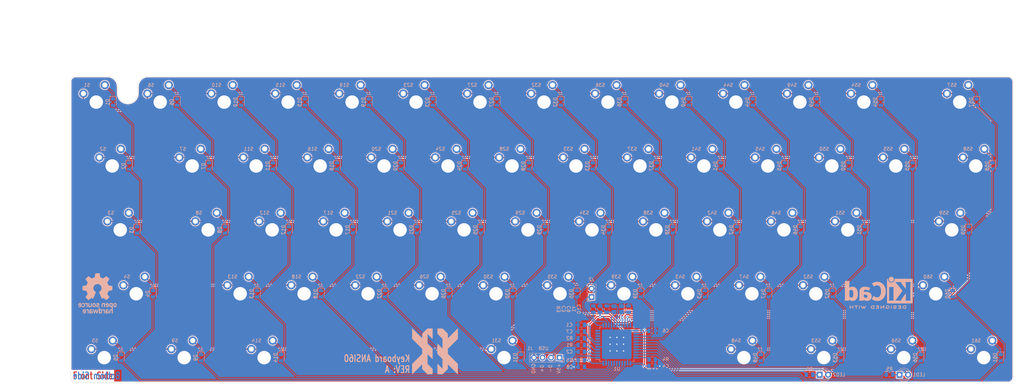
<source format=kicad_pcb>
(kicad_pcb (version 20171130) (host pcbnew "(5.1.2)-2")
  (title_block (title "Keyborad ANSI60") (date 2019-08-05) (rev A) (company KK))
  (layers (0 F.Cu signal) (31 B.Cu signal) (34 B.Paste user) (35 F.Paste user) (36 B.SilkS user) (37 F.SilkS user) (38 B.Mask user) (39 F.Mask user) (44 Edge.Cuts user))
  (net 0 "")
  (net 1 GND)
  (net 2 "Net-(D1-Pad1)")
  (net 3 /Matrix/col1)
  (net 4 "Net-(D2-Pad1)")
  (net 5 "Net-(D3-Pad1)")
  (net 6 "Net-(D4-Pad1)")
  (net 7 "Net-(D5-Pad1)")
  (net 8 "Net-(D6-Pad1)")
  (net 9 /Matrix/col2)
  (net 10 "Net-(D7-Pad1)")
  (net 11 "Net-(D8-Pad1)")
  (net 12 "Net-(D9-Pad1)")
  (net 13 "Net-(D10-Pad1)")
  (net 14 /Matrix/col3)
  (net 15 "Net-(D11-Pad1)")
  (net 16 "Net-(D12-Pad1)")
  (net 17 "Net-(D13-Pad1)")
  (net 18 "Net-(D14-Pad1)")
  (net 19 "Net-(D15-Pad1)")
  (net 20 /Matrix/col4)
  (net 21 "Net-(D16-Pad1)")
  (net 22 "Net-(D17-Pad1)")
  (net 23 "Net-(D18-Pad1)")
  (net 24 "Net-(D19-Pad1)")
  (net 25 /Matrix/col5)
  (net 26 "Net-(D20-Pad1)")
  (net 27 "Net-(D21-Pad1)")
  (net 28 "Net-(D22-Pad1)")
  (net 29 "Net-(D23-Pad1)")
  (net 30 /Matrix/col6)
  (net 31 "Net-(D24-Pad1)")
  (net 32 "Net-(D25-Pad1)")
  (net 33 "Net-(D26-Pad1)")
  (net 34 "Net-(D27-Pad1)")
  (net 35 /Matrix/col7)
  (net 36 "Net-(D28-Pad1)")
  (net 37 "Net-(D29-Pad1)")
  (net 38 "Net-(D30-Pad1)")
  (net 39 "Net-(D31-Pad1)")
  (net 40 "Net-(D32-Pad1)")
  (net 41 /Matrix/col8)
  (net 42 "Net-(D33-Pad1)")
  (net 43 "Net-(D34-Pad1)")
  (net 44 "Net-(D35-Pad1)")
  (net 45 "Net-(D36-Pad1)")
  (net 46 /Matrix/col9)
  (net 47 "Net-(D37-Pad1)")
  (net 48 "Net-(D38-Pad1)")
  (net 49 "Net-(D39-Pad1)")
  (net 50 "Net-(D40-Pad1)")
  (net 51 /Matrix/col10)
  (net 52 "Net-(D41-Pad1)")
  (net 53 "Net-(D42-Pad1)")
  (net 54 "Net-(D43-Pad1)")
  (net 55 "Net-(D44-Pad1)")
  (net 56 /Matrix/col11)
  (net 57 "Net-(D45-Pad1)")
  (net 58 "Net-(D46-Pad1)")
  (net 59 "Net-(D47-Pad1)")
  (net 60 "Net-(D48-Pad1)")
  (net 61 "Net-(D49-Pad1)")
  (net 62 /Matrix/col12)
  (net 63 "Net-(D50-Pad1)")
  (net 64 "Net-(D51-Pad1)")
  (net 65 "Net-(D52-Pad1)")
  (net 66 "Net-(D53-Pad1)")
  (net 67 "Net-(D54-Pad1)")
  (net 68 /Matrix/col13)
  (net 69 "Net-(D55-Pad1)")
  (net 70 "Net-(D56-Pad1)")
  (net 71 "Net-(D57-Pad1)")
  (net 72 /Matrix/col14)
  (net 73 "Net-(D58-Pad1)")
  (net 74 "Net-(D59-Pad1)")
  (net 75 "Net-(D60-Pad1)")
  (net 76 "Net-(D61-Pad1)")
  (net 77 +5V)
  (net 78 /Matrix/row1)
  (net 79 /Matrix/row2)
  (net 80 /Matrix/row3)
  (net 81 /Matrix/row4)
  (net 82 /Matrix/row5)
  (net 83 "Net-(C7-Pad1)")
  (net 84 "Net-(C9-Pad2)")
  (net 85 "Net-(R1-Pad1)")
  (net 86 "Net-(R2-Pad2)")
  (net 87 "Net-(R4-Pad1)")
  (net 88 "Net-(C8-Pad1)")
  (net 89 "Net-(C10-Pad2)")
  (net 90 "Net-(J2-Pad1)")
  (net 91 "Net-(LED1-Pad1)")
  (net 92 "Net-(LED2-Pad1)")
  (net 93 "Net-(R5-Pad2)")
  (net 94 "Net-(R6-Pad2)")
  (net 95 /D-)
  (net 96 /D+)
  (net 97 "Net-(U1-Pad10)")
  (net 98 "Net-(U1-Pad9)")
  (net 99 "Net-(U1-Pad8)")
  (net 100 "Net-(U1-Pad11)")
  (module pi60:C_0805_2012Metric (layer B.Cu) (at 217.89 142.3125 90)
    (fp_text reference C3 (at 0.0625 -10.75 90) (layer B.SilkS) (effects (justify mirror)))
    (fp_text value 0.1uF)
    (pad 2 smd roundrect (at 0.9375 0 90) (size 0.975 1.4) (layers B.Cu B.Paste B.Mask) (net 1 GND))
    (pad 1 smd roundrect (at -0.9375 0 90) (size 0.975 1.4) (layers B.Cu B.Paste B.Mask) (net 77 +5V))
  )
  (module pi60:C_0805_2012Metric (layer B.Cu) (at 226.39 142.3125 270)
    (fp_text reference C10 (at 0 14.75 270) (layer B.SilkS) (effects (justify mirror)))
    (fp_text value 22pF)
    (pad 2 smd roundrect (at 0.9375 0 270) (size 0.975 1.4) (layers B.Cu B.Paste B.Mask) (net 89 "Net-(C10-Pad2)"))
    (pad 1 smd roundrect (at -0.9375 0 270) (size 0.975 1.4) (layers B.Cu B.Paste B.Mask) (net 1 GND))
  )
  (module pi60:C_0805_2012Metric (layer B.Cu) (at 212.3275 149 180)
    (fp_text reference C7 (at 3.5 0) (layer B.SilkS) (effects (justify mirror)))
    (fp_text value 1uF)
    (pad 2 smd roundrect (at 0.9375 0 180) (size 0.975 1.4) (layers B.Cu B.Paste B.Mask) (net 1 GND))
    (pad 1 smd roundrect (at -0.9375 0 180) (size 0.975 1.4) (layers B.Cu B.Paste B.Mask) (net 83 "Net-(C7-Pad1)"))
  )
  (module pi60:C_0805_2012Metric (layer B.Cu) (at 212.3275 155 180)
    (fp_text reference C2 (at 3.5 0) (layer B.SilkS) (effects (justify mirror)))
    (fp_text value 0.1uF)
    (pad 2 smd roundrect (at 0.9375 0 180) (size 0.975 1.4) (layers B.Cu B.Paste B.Mask) (net 1 GND))
    (pad 1 smd roundrect (at -0.9375 0 180) (size 0.975 1.4) (layers B.Cu B.Paste B.Mask) (net 77 +5V))
  )
  (module pi60:C_0805_2012Metric (layer B.Cu) (at 212.3275 147 180)
    (fp_text reference C1 (at 3.5625 0) (layer B.SilkS) (effects (justify mirror)))
    (fp_text value 10uF)
    (pad 2 smd roundrect (at 0.9375 0 180) (size 0.975 1.4) (layers B.Cu B.Paste B.Mask) (net 1 GND))
    (pad 1 smd roundrect (at -0.9375 0 180) (size 0.975 1.4) (layers B.Cu B.Paste B.Mask) (net 77 +5V))
  )
  (module pi60:C_0805_2012Metric (layer B.Cu) (at 212.3275 157.5 180)
    (fp_text reference C5 (at 3.5 0) (layer B.SilkS) (effects (justify mirror)))
    (fp_text value 0.1uF)
    (pad 2 smd roundrect (at 0.9375 0 180) (size 0.975 1.4) (layers B.Cu B.Paste B.Mask) (net 1 GND))
    (pad 1 smd roundrect (at -0.9375 0 180) (size 0.975 1.4) (layers B.Cu B.Paste B.Mask) (net 77 +5V))
  )
  (module pi60:C_0805_2012Metric (layer B.Cu) (at 219.89 142.3125 90)
    (fp_text reference C9 (at 0 -11.25 90) (layer B.SilkS) (effects (justify mirror)))
    (fp_text value 22pF)
    (pad 2 smd roundrect (at 0.9375 0 90) (size 0.975 1.4) (layers B.Cu B.Paste B.Mask) (net 84 "Net-(C9-Pad2)"))
    (pad 1 smd roundrect (at -0.9375 0 90) (size 0.975 1.4) (layers B.Cu B.Paste B.Mask) (net 1 GND))
  )
  (module pi60:C_0805_2012Metric (layer B.Cu) (at 212.3275 159.5 180)
    (fp_text reference C8 (at 3.4375 0) (layer B.SilkS) (effects (justify mirror)))
    (fp_text value 0.1uF)
    (pad 2 smd roundrect (at 0.9375 0 180) (size 0.975 1.4) (layers B.Cu B.Paste B.Mask) (net 1 GND))
    (pad 1 smd roundrect (at -0.9375 0 180) (size 0.975 1.4) (layers B.Cu B.Paste B.Mask) (net 88 "Net-(C8-Pad1)"))
  )
  (module pi60:C_0805_2012Metric (layer B.Cu) (at 233.39 148.75)
    (fp_text reference C6 (at 4 0) (layer B.SilkS) (effects (justify mirror)))
    (fp_text value 0.1uF)
    (pad 2 smd roundrect (at 0.9375 0) (size 0.975 1.4) (layers B.Cu B.Paste B.Mask) (net 1 GND))
    (pad 1 smd roundrect (at -0.9375 0) (size 0.975 1.4) (layers B.Cu B.Paste B.Mask) (net 77 +5V))
  )
  (module pi60:C_0805_2012Metric (layer B.Cu) (at 233.39 159.25)
    (fp_text reference C4 (at 4 0) (layer B.SilkS) (effects (justify mirror)))
    (fp_text value 0.1uF)
    (pad 2 smd roundrect (at 0.9375 0) (size 0.975 1.4) (layers B.Cu B.Paste B.Mask) (net 1 GND))
    (pad 1 smd roundrect (at -0.9375 0) (size 0.975 1.4) (layers B.Cu B.Paste B.Mask) (net 77 +5V))
  )
  (module pi60:PinHeader_1x02_P2.54mm_Vertical (layer B.Cu) (at 215.39 138.75)
    (fp_text reference J2 (at 0 -5.25 180) (layer B.SilkS) (effects (justify mirror)))
    (fp_text value Conn_01x02)
    (pad 2 thru_hole oval (at 0 -2.54) (size 1.7 1.7) (drill 1) (layers *.Cu *.Mask) (net 1 GND))
    (pad 1 thru_hole rect (at 0 0) (size 1.7 1.7) (drill 1) (layers *.Cu *.Mask) (net 90 "Net-(J2-Pad1)"))
  )
  (module pi60:PinHeader_1x04_P2.54mm_Vertical (layer B.Cu) (at 205.89 156.75 90)
    (fp_text reference J1 (at 2.75 -8.75 180) (layer B.SilkS) (effects (justify mirror)))
    (fp_text value USB)
    (pad 4 thru_hole oval (at 0 -7.62 90) (size 1.7 1.7) (drill 1) (layers *.Cu *.Mask) (net 1 GND))
    (pad 3 thru_hole oval (at 0 -5.08 90) (size 1.7 1.7) (drill 1) (layers *.Cu *.Mask) (net 96 /D+))
    (pad 2 thru_hole oval (at 0 -2.54 90) (size 1.7 1.7) (drill 1) (layers *.Cu *.Mask) (net 95 /D-))
    (pad 1 thru_hole rect (at 0 0 90) (size 1.7 1.7) (drill 1) (layers *.Cu *.Mask) (net 77 +5V))
  )
  (module pi60:LED_D3.0mm_Clear (layer F.Cu) (at 284.375 156.750001)
    (fp_text reference LED2 (at 4.5 5.08 180) (layer B.SilkS) (effects (justify mirror)))
    (fp_text value White)
    (pad 2 thru_hole circle (at 1.27 5.08) (size 1.8 1.8) (drill 1) (layers *.Cu *.Mask) (net 77 +5V))
    (pad 1 thru_hole rect (at -1.27 5.08) (size 1.8 1.8) (drill 1) (layers *.Cu *.Mask) (net 92 "Net-(LED2-Pad1)"))
  )
  (module pi60:LED_D3.0mm_Clear (layer F.Cu) (at 308.125 156.750001)
    (fp_text reference LED1 (at 4.5 5.08 180) (layer B.SilkS) (effects (justify mirror)))
    (fp_text value White)
    (pad 2 thru_hole circle (at 1.27 5.08) (size 1.8 1.8) (drill 1) (layers *.Cu *.Mask) (net 77 +5V))
    (pad 1 thru_hole rect (at -1.27 5.08) (size 1.8 1.8) (drill 1) (layers *.Cu *.Mask) (net 91 "Net-(LED1-Pad1)"))
  )
  (module pi60:MX1A-plate (layer F.Cu) (at 177.5 118.750001)
    (fp_text reference S25 (at -3.81 -5.08) (layer B.SilkS) (effects (justify right mirror)))
    (fp_text value MX1A hide)
    (pad 1 thru_hole circle (at -3.81 -2.54) (size 2.5 2.5) (drill 1.5) (layers *.Cu *.Mask) (net 80 /Matrix/row3))
    (pad 2 thru_hole circle (at 2.54 -5.08) (size 2.5 2.5) (drill 1.5) (layers *.Cu *.Mask) (net 32 "Net-(D25-Pad1)"))
    (pad "" thru_hole circle (at 0 0) (size 4.2 4.2) (drill 4) (layers *.Cu *.Mask) (net 1 GND))
  )
  (module pi60:MX1A-plate (layer F.Cu) (at 206 137.750001)
    (fp_text reference S35 (at -3.81 -5.08) (layer B.SilkS) (effects (justify right mirror)))
    (fp_text value MX1A hide)
    (pad 1 thru_hole circle (at -3.81 -2.54) (size 2.5 2.5) (drill 1.5) (layers *.Cu *.Mask) (net 81 /Matrix/row4))
    (pad 2 thru_hole circle (at 2.54 -5.08) (size 2.5 2.5) (drill 1.5) (layers *.Cu *.Mask) (net 44 "Net-(D35-Pad1)"))
    (pad "" thru_hole circle (at 0 0) (size 4.2 4.2) (drill 4) (layers *.Cu *.Mask) (net 1 GND))
  )
  (module pi60:MX1A-plate (layer F.Cu) (at 75.374999 118.750001)
    (fp_text reference S3 (at -3.81 -5.08) (layer B.SilkS) (effects (justify right mirror)))
    (fp_text value MX1A hide)
    (pad 1 thru_hole circle (at -3.81 -2.54) (size 2.5 2.5) (drill 1.5) (layers *.Cu *.Mask) (net 80 /Matrix/row3))
    (pad 2 thru_hole circle (at 2.54 -5.08) (size 2.5 2.5) (drill 1.5) (layers *.Cu *.Mask) (net 5 "Net-(D3-Pad1)"))
    (pad "" thru_hole circle (at 0 0) (size 4.2 4.2) (drill 4) (layers *.Cu *.Mask) (net 1 GND))
  )
  (module pi60:MX1A-plate (layer F.Cu) (at 189.375 156.750001)
    (fp_text reference S31 (at -3.81 -5.08) (layer B.SilkS) (effects (justify right mirror)))
    (fp_text value MX1A hide)
    (pad 1 thru_hole circle (at -3.81 -2.54) (size 2.5 2.5) (drill 1.5) (layers *.Cu *.Mask) (net 82 /Matrix/row5))
    (pad 2 thru_hole circle (at 2.54 -5.08) (size 2.5 2.5) (drill 1.5) (layers *.Cu *.Mask) (net 39 "Net-(D31-Pad1)"))
    (pad "" thru_hole circle (at 0 0) (size 4.2 4.2) (drill 4) (layers *.Cu *.Mask) (net 1 GND))
  )
  (module pi60:MX1A-plate (layer F.Cu) (at 260.625 156.750001)
    (fp_text reference S48 (at -3.81 -5.08) (layer B.SilkS) (effects (justify right mirror)))
    (fp_text value MX1A hide)
    (pad 1 thru_hole circle (at -3.81 -2.54) (size 2.5 2.5) (drill 1.5) (layers *.Cu *.Mask) (net 82 /Matrix/row5))
    (pad 2 thru_hole circle (at 2.54 -5.08) (size 2.5 2.5) (drill 1.5) (layers *.Cu *.Mask) (net 60 "Net-(D48-Pad1)"))
    (pad "" thru_hole circle (at 0 0) (size 4.2 4.2) (drill 4) (layers *.Cu *.Mask) (net 1 GND))
  )
  (module pi60:MX1A-plate (layer F.Cu) (at 308.125 156.750001)
    (fp_text reference S56 (at -3.81 -5.08) (layer B.SilkS) (effects (justify right mirror)))
    (fp_text value MX1A hide)
    (pad 1 thru_hole circle (at -3.81 -2.54) (size 2.5 2.5) (drill 1.5) (layers *.Cu *.Mask) (net 82 /Matrix/row5))
    (pad 2 thru_hole circle (at 2.54 -5.08) (size 2.5 2.5) (drill 1.5) (layers *.Cu *.Mask) (net 70 "Net-(D56-Pad1)"))
    (pad "" thru_hole circle (at 0 0) (size 4.2 4.2) (drill 4) (layers *.Cu *.Mask) (net 1 GND))
  )
  (module pi60:MX1A-plate (layer F.Cu) (at 229.75 99.750001)
    (fp_text reference S37 (at -3.81 -5.08) (layer B.SilkS) (effects (justify right mirror)))
    (fp_text value MX1A hide)
    (pad 1 thru_hole circle (at -3.81 -2.54) (size 2.5 2.5) (drill 1.5) (layers *.Cu *.Mask) (net 79 /Matrix/row2))
    (pad 2 thru_hole circle (at 2.54 -5.08) (size 2.5 2.5) (drill 1.5) (layers *.Cu *.Mask) (net 47 "Net-(D37-Pad1)"))
    (pad "" thru_hole circle (at 0 0) (size 4.2 4.2) (drill 4) (layers *.Cu *.Mask) (net 1 GND))
  )
  (module pi60:MX1A-plate (layer F.Cu) (at 322.374999 118.750001)
    (fp_text reference S59 (at -3.81 -5.08) (layer B.SilkS) (effects (justify right mirror)))
    (fp_text value MX1A hide)
    (pad 1 thru_hole circle (at -3.81 -2.54) (size 2.5 2.5) (drill 1.5) (layers *.Cu *.Mask) (net 80 /Matrix/row3))
    (pad 2 thru_hole circle (at 2.54 -5.08) (size 2.5 2.5) (drill 1.5) (layers *.Cu *.Mask) (net 74 "Net-(D59-Pad1)"))
    (pad "" thru_hole circle (at 0 0) (size 4.2 4.2) (drill 4) (layers *.Cu *.Mask) (net 1 GND))
  )
  (module pi60:MX1A-plate (layer F.Cu) (at 329.499999 99.750001)
    (fp_text reference S58 (at -3.81 -5.08) (layer B.SilkS) (effects (justify right mirror)))
    (fp_text value MX1A hide)
    (pad 1 thru_hole circle (at -3.81 -2.54) (size 2.5 2.5) (drill 1.5) (layers *.Cu *.Mask) (net 79 /Matrix/row2))
    (pad 2 thru_hole circle (at 2.54 -5.08) (size 2.5 2.5) (drill 1.5) (layers *.Cu *.Mask) (net 73 "Net-(D58-Pad1)"))
    (pad "" thru_hole circle (at 0 0) (size 4.2 4.2) (drill 4) (layers *.Cu *.Mask) (net 1 GND))
  )
  (module pi60:MX1A-plate (layer F.Cu) (at 191.75 99.750001)
    (fp_text reference S28 (at -3.81 -5.08) (layer B.SilkS) (effects (justify right mirror)))
    (fp_text value MX1A hide)
    (pad 1 thru_hole circle (at -3.81 -2.54) (size 2.5 2.5) (drill 1.5) (layers *.Cu *.Mask) (net 79 /Matrix/row2))
    (pad 2 thru_hole circle (at 2.54 -5.08) (size 2.5 2.5) (drill 1.5) (layers *.Cu *.Mask) (net 36 "Net-(D28-Pad1)"))
    (pad "" thru_hole circle (at 0 0) (size 4.2 4.2) (drill 4) (layers *.Cu *.Mask) (net 1 GND))
  )
  (module pi60:MX1A-plate (layer F.Cu) (at 118.124999 156.750001)
    (fp_text reference S14 (at -3.81 -5.08) (layer B.SilkS) (effects (justify right mirror)))
    (fp_text value MX1A hide)
    (pad 1 thru_hole circle (at -3.81 -2.54) (size 2.5 2.5) (drill 1.5) (layers *.Cu *.Mask) (net 82 /Matrix/row5))
    (pad 2 thru_hole circle (at 2.54 -5.08) (size 2.5 2.5) (drill 1.5) (layers *.Cu *.Mask) (net 18 "Net-(D14-Pad1)"))
    (pad "" thru_hole circle (at 0 0) (size 4.2 4.2) (drill 4) (layers *.Cu *.Mask) (net 1 GND))
  )
  (module pi60:MX1A-plate (layer F.Cu) (at 110.999999 137.750001)
    (fp_text reference S13 (at -3.81 -5.08) (layer B.SilkS) (effects (justify right mirror)))
    (fp_text value MX1A hide)
    (pad 1 thru_hole circle (at -3.81 -2.54) (size 2.5 2.5) (drill 1.5) (layers *.Cu *.Mask) (net 81 /Matrix/row4))
    (pad 2 thru_hole circle (at 2.54 -5.08) (size 2.5 2.5) (drill 1.5) (layers *.Cu *.Mask) (net 17 "Net-(D13-Pad1)"))
    (pad "" thru_hole circle (at 0 0) (size 4.2 4.2) (drill 4) (layers *.Cu *.Mask) (net 1 GND))
  )
  (module pi60:MX1A-plate (layer F.Cu) (at 331.874999 156.750001)
    (fp_text reference S61 (at -3.81 -5.08) (layer B.SilkS) (effects (justify right mirror)))
    (fp_text value MX1A hide)
    (pad 1 thru_hole circle (at -3.81 -2.54) (size 2.5 2.5) (drill 1.5) (layers *.Cu *.Mask) (net 82 /Matrix/row5))
    (pad 2 thru_hole circle (at 2.54 -5.08) (size 2.5 2.5) (drill 1.5) (layers *.Cu *.Mask) (net 76 "Net-(D61-Pad1)"))
    (pad "" thru_hole circle (at 0 0) (size 4.2 4.2) (drill 4) (layers *.Cu *.Mask) (net 1 GND))
  )
  (module pi60:MX1A-plate (layer F.Cu) (at 305.75 99.750001)
    (fp_text reference S55 (at -3.81 -5.08) (layer B.SilkS) (effects (justify right mirror)))
    (fp_text value MX1A hide)
    (pad 1 thru_hole circle (at -3.81 -2.54) (size 2.5 2.5) (drill 1.5) (layers *.Cu *.Mask) (net 79 /Matrix/row2))
    (pad 2 thru_hole circle (at 2.54 -5.08) (size 2.5 2.5) (drill 1.5) (layers *.Cu *.Mask) (net 69 "Net-(D55-Pad1)"))
    (pad "" thru_hole circle (at 0 0) (size 4.2 4.2) (drill 4) (layers *.Cu *.Mask) (net 1 GND))
  )
  (module pi60:MX1A-plate (layer F.Cu) (at 210.75 99.750001)
    (fp_text reference S33 (at -3.81 -5.08) (layer B.SilkS) (effects (justify right mirror)))
    (fp_text value MX1A hide)
    (pad 1 thru_hole circle (at -3.81 -2.54) (size 2.5 2.5) (drill 1.5) (layers *.Cu *.Mask) (net 79 /Matrix/row2))
    (pad 2 thru_hole circle (at 2.54 -5.08) (size 2.5 2.5) (drill 1.5) (layers *.Cu *.Mask) (net 42 "Net-(D33-Pad1)"))
    (pad "" thru_hole circle (at 0 0) (size 4.2 4.2) (drill 4) (layers *.Cu *.Mask) (net 1 GND))
  )
  (module pi60:MX1A-plate (layer F.Cu) (at 163.25 80.75)
    (fp_text reference S23 (at -3.81 -5.08) (layer B.SilkS) (effects (justify right mirror)))
    (fp_text value MX1A hide)
    (pad 1 thru_hole circle (at -3.81 -2.54) (size 2.5 2.5) (drill 1.5) (layers *.Cu *.Mask) (net 78 /Matrix/row1))
    (pad 2 thru_hole circle (at 2.54 -5.08) (size 2.5 2.5) (drill 1.5) (layers *.Cu *.Mask) (net 29 "Net-(D23-Pad1)"))
    (pad "" thru_hole circle (at 0 0) (size 4.2 4.2) (drill 4) (layers *.Cu *.Mask) (net 1 GND))
  )
  (module pi60:MX1A-plate (layer F.Cu) (at 106.25 80.75)
    (fp_text reference S10 (at -3.81 -5.08) (layer B.SilkS) (effects (justify right mirror)))
    (fp_text value MX1A hide)
    (pad 1 thru_hole circle (at -3.81 -2.54) (size 2.5 2.5) (drill 1.5) (layers *.Cu *.Mask) (net 78 /Matrix/row1))
    (pad 2 thru_hole circle (at 2.54 -5.08) (size 2.5 2.5) (drill 1.5) (layers *.Cu *.Mask) (net 13 "Net-(D10-Pad1)"))
    (pad "" thru_hole circle (at 0 0) (size 4.2 4.2) (drill 4) (layers *.Cu *.Mask) (net 1 GND))
  )
  (module pi60:MX1A-plate (layer F.Cu) (at 96.749999 99.75)
    (fp_text reference S7 (at -3.81 -5.08) (layer B.SilkS) (effects (justify right mirror)))
    (fp_text value MX1A hide)
    (pad 1 thru_hole circle (at -3.81 -2.54) (size 2.5 2.5) (drill 1.5) (layers *.Cu *.Mask) (net 79 /Matrix/row2))
    (pad 2 thru_hole circle (at 2.54 -5.08) (size 2.5 2.5) (drill 1.5) (layers *.Cu *.Mask) (net 10 "Net-(D7-Pad1)"))
    (pad "" thru_hole circle (at 0 0) (size 4.2 4.2) (drill 4) (layers *.Cu *.Mask) (net 1 GND))
  )
  (module pi60:MX1A-plate (layer F.Cu) (at 87.25 80.75)
    (fp_text reference S6 (at -3.81 -5.08) (layer B.SilkS) (effects (justify right mirror)))
    (fp_text value MX1A hide)
    (pad 1 thru_hole circle (at -3.81 -2.54) (size 2.5 2.5) (drill 1.5) (layers *.Cu *.Mask) (net 78 /Matrix/row1))
    (pad 2 thru_hole circle (at 2.54 -5.08) (size 2.5 2.5) (drill 1.5) (layers *.Cu *.Mask) (net 8 "Net-(D6-Pad1)"))
    (pad "" thru_hole circle (at 0 0) (size 4.2 4.2) (drill 4) (layers *.Cu *.Mask) (net 1 GND))
  )
  (module pi60:MX1A-plate (layer F.Cu) (at 73 99.750001)
    (fp_text reference S2 (at -3.81 -5.08) (layer B.SilkS) (effects (justify right mirror)))
    (fp_text value MX1A hide)
    (pad 1 thru_hole circle (at -3.81 -2.54) (size 2.5 2.5) (drill 1.5) (layers *.Cu *.Mask) (net 79 /Matrix/row2))
    (pad 2 thru_hole circle (at 2.54 -5.08) (size 2.5 2.5) (drill 1.5) (layers *.Cu *.Mask) (net 4 "Net-(D2-Pad1)"))
    (pad "" thru_hole circle (at 0 0) (size 4.2 4.2) (drill 4) (layers *.Cu *.Mask) (net 1 GND))
  )
  (module pi60:MX1A-plate (layer F.Cu) (at 70.624999 156.75)
    (fp_text reference S5 (at -3.81 -5.08) (layer B.SilkS) (effects (justify right mirror)))
    (fp_text value MX1A hide)
    (pad 1 thru_hole circle (at -3.81 -2.54) (size 2.5 2.5) (drill 1.5) (layers *.Cu *.Mask) (net 82 /Matrix/row5))
    (pad 2 thru_hole circle (at 2.54 -5.08) (size 2.5 2.5) (drill 1.5) (layers *.Cu *.Mask) (net 7 "Net-(D5-Pad1)"))
    (pad "" thru_hole circle (at 0 0) (size 4.2 4.2) (drill 4) (layers *.Cu *.Mask) (net 1 GND))
  )
  (module pi60:MX1A-plate (layer F.Cu) (at 158.499999 118.750001)
    (fp_text reference S21 (at -3.81 -5.08) (layer B.SilkS) (effects (justify right mirror)))
    (fp_text value MX1A hide)
    (pad 1 thru_hole circle (at -3.81 -2.54) (size 2.5 2.5) (drill 1.5) (layers *.Cu *.Mask) (net 80 /Matrix/row3))
    (pad 2 thru_hole circle (at 2.54 -5.08) (size 2.5 2.5) (drill 1.5) (layers *.Cu *.Mask) (net 27 "Net-(D21-Pad1)"))
    (pad "" thru_hole circle (at 0 0) (size 4.2 4.2) (drill 4) (layers *.Cu *.Mask) (net 1 GND))
  )
  (module pi60:MX1A-plate (layer F.Cu) (at 94.374999 156.750001)
    (fp_text reference S9 (at -3.81 -5.08) (layer B.SilkS) (effects (justify right mirror)))
    (fp_text value MX1A hide)
    (pad 1 thru_hole circle (at -3.81 -2.54) (size 2.5 2.5) (drill 1.5) (layers *.Cu *.Mask) (net 82 /Matrix/row5))
    (pad 2 thru_hole circle (at 2.54 -5.08) (size 2.5 2.5) (drill 1.5) (layers *.Cu *.Mask) (net 12 "Net-(D9-Pad1)"))
    (pad "" thru_hole circle (at 0 0) (size 4.2 4.2) (drill 4) (layers *.Cu *.Mask) (net 1 GND))
  )
  (module pi60:MX1A-plate (layer F.Cu) (at 187 137.750001)
    (fp_text reference S30 (at -3.81 -5.08) (layer B.SilkS) (effects (justify right mirror)))
    (fp_text value MX1A hide)
    (pad 1 thru_hole circle (at -3.81 -2.54) (size 2.5 2.5) (drill 1.5) (layers *.Cu *.Mask) (net 81 /Matrix/row4))
    (pad 2 thru_hole circle (at 2.54 -5.08) (size 2.5 2.5) (drill 1.5) (layers *.Cu *.Mask) (net 38 "Net-(D30-Pad1)"))
    (pad "" thru_hole circle (at 0 0) (size 4.2 4.2) (drill 4) (layers *.Cu *.Mask) (net 1 GND))
  )
  (module pi60:MX1A-plate (layer F.Cu) (at 267.75 99.750001)
    (fp_text reference S45 (at -3.81 -5.08) (layer B.SilkS) (effects (justify right mirror)))
    (fp_text value MX1A hide)
    (pad 1 thru_hole circle (at -3.81 -2.54) (size 2.5 2.5) (drill 1.5) (layers *.Cu *.Mask) (net 79 /Matrix/row2))
    (pad 2 thru_hole circle (at 2.54 -5.08) (size 2.5 2.5) (drill 1.5) (layers *.Cu *.Mask) (net 57 "Net-(D45-Pad1)"))
    (pad "" thru_hole circle (at 0 0) (size 4.2 4.2) (drill 4) (layers *.Cu *.Mask) (net 1 GND))
  )
  (module pi60:MX1A-plate (layer F.Cu) (at 317.625 137.750001)
    (fp_text reference S60 (at -3.81 -5.08) (layer B.SilkS) (effects (justify right mirror)))
    (fp_text value MX1A hide)
    (pad 1 thru_hole circle (at -3.81 -2.54) (size 2.5 2.5) (drill 1.5) (layers *.Cu *.Mask) (net 81 /Matrix/row4))
    (pad 2 thru_hole circle (at 2.54 -5.08) (size 2.5 2.5) (drill 1.5) (layers *.Cu *.Mask) (net 75 "Net-(D60-Pad1)"))
    (pad "" thru_hole circle (at 0 0) (size 4.2 4.2) (drill 4) (layers *.Cu *.Mask) (net 1 GND))
  )
  (module pi60:MX1A-plate (layer F.Cu) (at 324.749999 80.750001)
    (fp_text reference S57 (at -3.81 -5.08) (layer B.SilkS) (effects (justify right mirror)))
    (fp_text value MX1A hide)
    (pad 1 thru_hole circle (at -3.81 -2.54) (size 2.5 2.5) (drill 1.5) (layers *.Cu *.Mask) (net 78 /Matrix/row1))
    (pad 2 thru_hole circle (at 2.54 -5.08) (size 2.5 2.5) (drill 1.5) (layers *.Cu *.Mask) (net 71 "Net-(D57-Pad1)"))
    (pad "" thru_hole circle (at 0 0) (size 4.2 4.2) (drill 4) (layers *.Cu *.Mask) (net 1 GND))
  )
  (module pi60:MX1A-plate (layer F.Cu) (at 296.25 80.75)
    (fp_text reference S54 (at -3.81 -5.08) (layer B.SilkS) (effects (justify right mirror)))
    (fp_text value MX1A hide)
    (pad 1 thru_hole circle (at -3.81 -2.54) (size 2.5 2.5) (drill 1.5) (layers *.Cu *.Mask) (net 78 /Matrix/row1))
    (pad 2 thru_hole circle (at 2.54 -5.08) (size 2.5 2.5) (drill 1.5) (layers *.Cu *.Mask) (net 67 "Net-(D54-Pad1)"))
    (pad "" thru_hole circle (at 0 0) (size 4.2 4.2) (drill 4) (layers *.Cu *.Mask) (net 1 GND))
  )
  (module pi60:MX1A-plate (layer F.Cu) (at 284.375 156.750001)
    (fp_text reference S53 (at -3.81 -5.08) (layer B.SilkS) (effects (justify right mirror)))
    (fp_text value MX1A hide)
    (pad 1 thru_hole circle (at -3.81 -2.54) (size 2.5 2.5) (drill 1.5) (layers *.Cu *.Mask) (net 82 /Matrix/row5))
    (pad 2 thru_hole circle (at 2.54 -5.08) (size 2.5 2.5) (drill 1.5) (layers *.Cu *.Mask) (net 66 "Net-(D53-Pad1)"))
    (pad "" thru_hole circle (at 0 0) (size 4.2 4.2) (drill 4) (layers *.Cu *.Mask) (net 1 GND))
  )
  (module pi60:MX1A-plate (layer F.Cu) (at 282 137.750001)
    (fp_text reference S52 (at -3.81 -5.08) (layer B.SilkS) (effects (justify right mirror)))
    (fp_text value MX1A hide)
    (pad 1 thru_hole circle (at -3.81 -2.54) (size 2.5 2.5) (drill 1.5) (layers *.Cu *.Mask) (net 81 /Matrix/row4))
    (pad 2 thru_hole circle (at 2.54 -5.08) (size 2.5 2.5) (drill 1.5) (layers *.Cu *.Mask) (net 65 "Net-(D52-Pad1)"))
    (pad "" thru_hole circle (at 0 0) (size 4.2 4.2) (drill 4) (layers *.Cu *.Mask) (net 1 GND))
  )
  (module pi60:MX1A-plate (layer F.Cu) (at 291.5 118.750001)
    (fp_text reference S51 (at -3.81 -5.08) (layer B.SilkS) (effects (justify right mirror)))
    (fp_text value MX1A hide)
    (pad 1 thru_hole circle (at -3.81 -2.54) (size 2.5 2.5) (drill 1.5) (layers *.Cu *.Mask) (net 80 /Matrix/row3))
    (pad 2 thru_hole circle (at 2.54 -5.08) (size 2.5 2.5) (drill 1.5) (layers *.Cu *.Mask) (net 64 "Net-(D51-Pad1)"))
    (pad "" thru_hole circle (at 0 0) (size 4.2 4.2) (drill 4) (layers *.Cu *.Mask) (net 1 GND))
  )
  (module pi60:MX1A-plate (layer F.Cu) (at 286.75 99.750001)
    (fp_text reference S50 (at -3.81 -5.08) (layer B.SilkS) (effects (justify right mirror)))
    (fp_text value MX1A hide)
    (pad 1 thru_hole circle (at -3.81 -2.54) (size 2.5 2.5) (drill 1.5) (layers *.Cu *.Mask) (net 79 /Matrix/row2))
    (pad 2 thru_hole circle (at 2.54 -5.08) (size 2.5 2.5) (drill 1.5) (layers *.Cu *.Mask) (net 63 "Net-(D50-Pad1)"))
    (pad "" thru_hole circle (at 0 0) (size 4.2 4.2) (drill 4) (layers *.Cu *.Mask) (net 1 GND))
  )
  (module pi60:MX1A-plate (layer F.Cu) (at 277.25 80.75)
    (fp_text reference S49 (at -3.81 -5.08) (layer B.SilkS) (effects (justify right mirror)))
    (fp_text value MX1A hide)
    (pad 1 thru_hole circle (at -3.81 -2.54) (size 2.5 2.5) (drill 1.5) (layers *.Cu *.Mask) (net 78 /Matrix/row1))
    (pad 2 thru_hole circle (at 2.54 -5.08) (size 2.5 2.5) (drill 1.5) (layers *.Cu *.Mask) (net 61 "Net-(D49-Pad1)"))
    (pad "" thru_hole circle (at 0 0) (size 4.2 4.2) (drill 4) (layers *.Cu *.Mask) (net 1 GND))
  )
  (module pi60:MX1A-plate (layer F.Cu) (at 263 137.750001)
    (fp_text reference S47 (at -3.81 -5.08) (layer B.SilkS) (effects (justify right mirror)))
    (fp_text value MX1A hide)
    (pad 1 thru_hole circle (at -3.81 -2.54) (size 2.5 2.5) (drill 1.5) (layers *.Cu *.Mask) (net 81 /Matrix/row4))
    (pad 2 thru_hole circle (at 2.54 -5.08) (size 2.5 2.5) (drill 1.5) (layers *.Cu *.Mask) (net 59 "Net-(D47-Pad1)"))
    (pad "" thru_hole circle (at 0 0) (size 4.2 4.2) (drill 4) (layers *.Cu *.Mask) (net 1 GND))
  )
  (module pi60:MX1A-plate (layer F.Cu) (at 272.5 118.750001)
    (fp_text reference S46 (at -3.81 -5.08) (layer B.SilkS) (effects (justify right mirror)))
    (fp_text value MX1A hide)
    (pad 1 thru_hole circle (at -3.81 -2.54) (size 2.5 2.5) (drill 1.5) (layers *.Cu *.Mask) (net 80 /Matrix/row3))
    (pad 2 thru_hole circle (at 2.54 -5.08) (size 2.5 2.5) (drill 1.5) (layers *.Cu *.Mask) (net 58 "Net-(D46-Pad1)"))
    (pad "" thru_hole circle (at 0 0) (size 4.2 4.2) (drill 4) (layers *.Cu *.Mask) (net 1 GND))
  )
  (module pi60:MX1A-plate (layer F.Cu) (at 258.25 80.75)
    (fp_text reference S44 (at -3.81 -5.08) (layer B.SilkS) (effects (justify right mirror)))
    (fp_text value MX1A hide)
    (pad 1 thru_hole circle (at -3.81 -2.54) (size 2.5 2.5) (drill 1.5) (layers *.Cu *.Mask) (net 78 /Matrix/row1))
    (pad 2 thru_hole circle (at 2.54 -5.08) (size 2.5 2.5) (drill 1.5) (layers *.Cu *.Mask) (net 55 "Net-(D44-Pad1)"))
    (pad "" thru_hole circle (at 0 0) (size 4.2 4.2) (drill 4) (layers *.Cu *.Mask) (net 1 GND))
  )
  (module pi60:MX1A-plate (layer F.Cu) (at 244 137.750001)
    (fp_text reference S43 (at -3.81 -5.08) (layer B.SilkS) (effects (justify right mirror)))
    (fp_text value MX1A hide)
    (pad 1 thru_hole circle (at -3.81 -2.54) (size 2.5 2.5) (drill 1.5) (layers *.Cu *.Mask) (net 81 /Matrix/row4))
    (pad 2 thru_hole circle (at 2.54 -5.08) (size 2.5 2.5) (drill 1.5) (layers *.Cu *.Mask) (net 54 "Net-(D43-Pad1)"))
    (pad "" thru_hole circle (at 0 0) (size 4.2 4.2) (drill 4) (layers *.Cu *.Mask) (net 1 GND))
  )
  (module pi60:MX1A-plate (layer F.Cu) (at 253.5 118.750001)
    (fp_text reference S42 (at -3.81 -5.08) (layer B.SilkS) (effects (justify right mirror)))
    (fp_text value MX1A hide)
    (pad 1 thru_hole circle (at -3.81 -2.54) (size 2.5 2.5) (drill 1.5) (layers *.Cu *.Mask) (net 80 /Matrix/row3))
    (pad 2 thru_hole circle (at 2.54 -5.08) (size 2.5 2.5) (drill 1.5) (layers *.Cu *.Mask) (net 53 "Net-(D42-Pad1)"))
    (pad "" thru_hole circle (at 0 0) (size 4.2 4.2) (drill 4) (layers *.Cu *.Mask) (net 1 GND))
  )
  (module pi60:MX1A-plate (layer F.Cu) (at 248.75 99.750001)
    (fp_text reference S41 (at -3.81 -5.08) (layer B.SilkS) (effects (justify right mirror)))
    (fp_text value MX1A hide)
    (pad 1 thru_hole circle (at -3.81 -2.54) (size 2.5 2.5) (drill 1.5) (layers *.Cu *.Mask) (net 79 /Matrix/row2))
    (pad 2 thru_hole circle (at 2.54 -5.08) (size 2.5 2.5) (drill 1.5) (layers *.Cu *.Mask) (net 52 "Net-(D41-Pad1)"))
    (pad "" thru_hole circle (at 0 0) (size 4.2 4.2) (drill 4) (layers *.Cu *.Mask) (net 1 GND))
  )
  (module pi60:MX1A-plate (layer F.Cu) (at 239.25 80.75)
    (fp_text reference S40 (at -3.81 -5.08) (layer B.SilkS) (effects (justify right mirror)))
    (fp_text value MX1A hide)
    (pad 1 thru_hole circle (at -3.81 -2.54) (size 2.5 2.5) (drill 1.5) (layers *.Cu *.Mask) (net 78 /Matrix/row1))
    (pad 2 thru_hole circle (at 2.54 -5.08) (size 2.5 2.5) (drill 1.5) (layers *.Cu *.Mask) (net 50 "Net-(D40-Pad1)"))
    (pad "" thru_hole circle (at 0 0) (size 4.2 4.2) (drill 4) (layers *.Cu *.Mask) (net 1 GND))
  )
  (module pi60:MX1A-plate (layer F.Cu) (at 225 137.750001)
    (fp_text reference S39 (at -3.81 -5.08) (layer B.SilkS) (effects (justify right mirror)))
    (fp_text value MX1A hide)
    (pad 1 thru_hole circle (at -3.81 -2.54) (size 2.5 2.5) (drill 1.5) (layers *.Cu *.Mask) (net 81 /Matrix/row4))
    (pad 2 thru_hole circle (at 2.54 -5.08) (size 2.5 2.5) (drill 1.5) (layers *.Cu *.Mask) (net 49 "Net-(D39-Pad1)"))
    (pad "" thru_hole circle (at 0 0) (size 4.2 4.2) (drill 4) (layers *.Cu *.Mask) (net 1 GND))
  )
  (module pi60:MX1A-plate (layer F.Cu) (at 234.5 118.750001)
    (fp_text reference S38 (at -3.81 -5.08) (layer B.SilkS) (effects (justify right mirror)))
    (fp_text value MX1A hide)
    (pad 1 thru_hole circle (at -3.81 -2.54) (size 2.5 2.5) (drill 1.5) (layers *.Cu *.Mask) (net 80 /Matrix/row3))
    (pad 2 thru_hole circle (at 2.54 -5.08) (size 2.5 2.5) (drill 1.5) (layers *.Cu *.Mask) (net 48 "Net-(D38-Pad1)"))
    (pad "" thru_hole circle (at 0 0) (size 4.2 4.2) (drill 4) (layers *.Cu *.Mask) (net 1 GND))
  )
  (module pi60:MX1A-plate (layer F.Cu) (at 220.25 80.75)
    (fp_text reference S36 (at -3.81 -5.08) (layer B.SilkS) (effects (justify right mirror)))
    (fp_text value MX1A hide)
    (pad 1 thru_hole circle (at -3.81 -2.54) (size 2.5 2.5) (drill 1.5) (layers *.Cu *.Mask) (net 78 /Matrix/row1))
    (pad 2 thru_hole circle (at 2.54 -5.08) (size 2.5 2.5) (drill 1.5) (layers *.Cu *.Mask) (net 45 "Net-(D36-Pad1)"))
    (pad "" thru_hole circle (at 0 0) (size 4.2 4.2) (drill 4) (layers *.Cu *.Mask) (net 1 GND))
  )
  (module pi60:MX1A-plate (layer F.Cu) (at 215.5 118.750001)
    (fp_text reference S34 (at -3.81 -5.08) (layer B.SilkS) (effects (justify right mirror)))
    (fp_text value MX1A hide)
    (pad 1 thru_hole circle (at -3.81 -2.54) (size 2.5 2.5) (drill 1.5) (layers *.Cu *.Mask) (net 80 /Matrix/row3))
    (pad 2 thru_hole circle (at 2.54 -5.08) (size 2.5 2.5) (drill 1.5) (layers *.Cu *.Mask) (net 43 "Net-(D34-Pad1)"))
    (pad "" thru_hole circle (at 0 0) (size 4.2 4.2) (drill 4) (layers *.Cu *.Mask) (net 1 GND))
  )
  (module pi60:MX1A-plate (layer F.Cu) (at 201.25 80.75)
    (fp_text reference S32 (at -3.81 -5.08) (layer B.SilkS) (effects (justify right mirror)))
    (fp_text value MX1A hide)
    (pad 1 thru_hole circle (at -3.81 -2.54) (size 2.5 2.5) (drill 1.5) (layers *.Cu *.Mask) (net 78 /Matrix/row1))
    (pad 2 thru_hole circle (at 2.54 -5.08) (size 2.5 2.5) (drill 1.5) (layers *.Cu *.Mask) (net 40 "Net-(D32-Pad1)"))
    (pad "" thru_hole circle (at 0 0) (size 4.2 4.2) (drill 4) (layers *.Cu *.Mask) (net 1 GND))
  )
  (module pi60:MX1A-plate (layer F.Cu) (at 196.5 118.750001)
    (fp_text reference S29 (at -3.81 -5.08) (layer B.SilkS) (effects (justify right mirror)))
    (fp_text value MX1A hide)
    (pad 1 thru_hole circle (at -3.81 -2.54) (size 2.5 2.5) (drill 1.5) (layers *.Cu *.Mask) (net 80 /Matrix/row3))
    (pad 2 thru_hole circle (at 2.54 -5.08) (size 2.5 2.5) (drill 1.5) (layers *.Cu *.Mask) (net 37 "Net-(D29-Pad1)"))
    (pad "" thru_hole circle (at 0 0) (size 4.2 4.2) (drill 4) (layers *.Cu *.Mask) (net 1 GND))
  )
  (module pi60:MX1A-plate (layer F.Cu) (at 182.25 80.75)
    (fp_text reference S27 (at -3.81 -5.08) (layer B.SilkS) (effects (justify right mirror)))
    (fp_text value MX1A hide)
    (pad 1 thru_hole circle (at -3.81 -2.54) (size 2.5 2.5) (drill 1.5) (layers *.Cu *.Mask) (net 78 /Matrix/row1))
    (pad 2 thru_hole circle (at 2.54 -5.08) (size 2.5 2.5) (drill 1.5) (layers *.Cu *.Mask) (net 34 "Net-(D27-Pad1)"))
    (pad "" thru_hole circle (at 0 0) (size 4.2 4.2) (drill 4) (layers *.Cu *.Mask) (net 1 GND))
  )
  (module pi60:MX1A-plate (layer F.Cu) (at 168 137.750001)
    (fp_text reference S26 (at -3.81 -5.08) (layer B.SilkS) (effects (justify right mirror)))
    (fp_text value MX1A hide)
    (pad 1 thru_hole circle (at -3.81 -2.54) (size 2.5 2.5) (drill 1.5) (layers *.Cu *.Mask) (net 81 /Matrix/row4))
    (pad 2 thru_hole circle (at 2.54 -5.08) (size 2.5 2.5) (drill 1.5) (layers *.Cu *.Mask) (net 33 "Net-(D26-Pad1)"))
    (pad "" thru_hole circle (at 0 0) (size 4.2 4.2) (drill 4) (layers *.Cu *.Mask) (net 1 GND))
  )
  (module pi60:MX1A-plate (layer F.Cu) (at 172.75 99.750001)
    (fp_text reference S24 (at -3.81 -5.08) (layer B.SilkS) (effects (justify right mirror)))
    (fp_text value MX1A hide)
    (pad 1 thru_hole circle (at -3.81 -2.54) (size 2.5 2.5) (drill 1.5) (layers *.Cu *.Mask) (net 79 /Matrix/row2))
    (pad 2 thru_hole circle (at 2.54 -5.08) (size 2.5 2.5) (drill 1.5) (layers *.Cu *.Mask) (net 31 "Net-(D24-Pad1)"))
    (pad "" thru_hole circle (at 0 0) (size 4.2 4.2) (drill 4) (layers *.Cu *.Mask) (net 1 GND))
  )
  (module pi60:MX1A-plate (layer F.Cu) (at 148.999999 137.750001)
    (fp_text reference S22 (at -3.81 -5.08) (layer B.SilkS) (effects (justify right mirror)))
    (fp_text value MX1A hide)
    (pad 1 thru_hole circle (at -3.81 -2.54) (size 2.5 2.5) (drill 1.5) (layers *.Cu *.Mask) (net 81 /Matrix/row4))
    (pad 2 thru_hole circle (at 2.54 -5.08) (size 2.5 2.5) (drill 1.5) (layers *.Cu *.Mask) (net 28 "Net-(D22-Pad1)"))
    (pad "" thru_hole circle (at 0 0) (size 4.2 4.2) (drill 4) (layers *.Cu *.Mask) (net 1 GND))
  )
  (module pi60:MX1A-plate (layer F.Cu) (at 153.749999 99.750001)
    (fp_text reference S20 (at -3.81 -5.08) (layer B.SilkS) (effects (justify right mirror)))
    (fp_text value MX1A hide)
    (pad 1 thru_hole circle (at -3.81 -2.54) (size 2.5 2.5) (drill 1.5) (layers *.Cu *.Mask) (net 79 /Matrix/row2))
    (pad 2 thru_hole circle (at 2.54 -5.08) (size 2.5 2.5) (drill 1.5) (layers *.Cu *.Mask) (net 26 "Net-(D20-Pad1)"))
    (pad "" thru_hole circle (at 0 0) (size 4.2 4.2) (drill 4) (layers *.Cu *.Mask) (net 1 GND))
  )
  (module pi60:MX1A-plate (layer F.Cu) (at 144.25 80.75)
    (fp_text reference S19 (at -3.81 -5.08) (layer B.SilkS) (effects (justify right mirror)))
    (fp_text value MX1A hide)
    (pad 1 thru_hole circle (at -3.81 -2.54) (size 2.5 2.5) (drill 1.5) (layers *.Cu *.Mask) (net 78 /Matrix/row1))
    (pad 2 thru_hole circle (at 2.54 -5.08) (size 2.5 2.5) (drill 1.5) (layers *.Cu *.Mask) (net 24 "Net-(D19-Pad1)"))
    (pad "" thru_hole circle (at 0 0) (size 4.2 4.2) (drill 4) (layers *.Cu *.Mask) (net 1 GND))
  )
  (module pi60:MX1A-plate (layer F.Cu) (at 129.999999 137.750001)
    (fp_text reference S18 (at -3.81 -5.08) (layer B.SilkS) (effects (justify right mirror)))
    (fp_text value MX1A hide)
    (pad 1 thru_hole circle (at -3.81 -2.54) (size 2.5 2.5) (drill 1.5) (layers *.Cu *.Mask) (net 81 /Matrix/row4))
    (pad 2 thru_hole circle (at 2.54 -5.08) (size 2.5 2.5) (drill 1.5) (layers *.Cu *.Mask) (net 23 "Net-(D18-Pad1)"))
    (pad "" thru_hole circle (at 0 0) (size 4.2 4.2) (drill 4) (layers *.Cu *.Mask) (net 1 GND))
  )
  (module pi60:MX1A-plate (layer F.Cu) (at 139.499999 118.750001)
    (fp_text reference S17 (at -3.81 -5.08) (layer B.SilkS) (effects (justify right mirror)))
    (fp_text value MX1A hide)
    (pad 1 thru_hole circle (at -3.81 -2.54) (size 2.5 2.5) (drill 1.5) (layers *.Cu *.Mask) (net 80 /Matrix/row3))
    (pad 2 thru_hole circle (at 2.54 -5.08) (size 2.5 2.5) (drill 1.5) (layers *.Cu *.Mask) (net 22 "Net-(D17-Pad1)"))
    (pad "" thru_hole circle (at 0 0) (size 4.2 4.2) (drill 4) (layers *.Cu *.Mask) (net 1 GND))
  )
  (module pi60:MX1A-plate (layer F.Cu) (at 134.749999 99.750001)
    (fp_text reference S16 (at -3.81 -5.08) (layer B.SilkS) (effects (justify right mirror)))
    (fp_text value MX1A hide)
    (pad 1 thru_hole circle (at -3.81 -2.54) (size 2.5 2.5) (drill 1.5) (layers *.Cu *.Mask) (net 79 /Matrix/row2))
    (pad 2 thru_hole circle (at 2.54 -5.08) (size 2.5 2.5) (drill 1.5) (layers *.Cu *.Mask) (net 21 "Net-(D16-Pad1)"))
    (pad "" thru_hole circle (at 0 0) (size 4.2 4.2) (drill 4) (layers *.Cu *.Mask) (net 1 GND))
  )
  (module pi60:MX1A-plate (layer F.Cu) (at 125.25 80.75)
    (fp_text reference S15 (at -3.81 -5.08) (layer B.SilkS) (effects (justify right mirror)))
    (fp_text value MX1A hide)
    (pad 1 thru_hole circle (at -3.81 -2.54) (size 2.5 2.5) (drill 1.5) (layers *.Cu *.Mask) (net 78 /Matrix/row1))
    (pad 2 thru_hole circle (at 2.54 -5.08) (size 2.5 2.5) (drill 1.5) (layers *.Cu *.Mask) (net 19 "Net-(D15-Pad1)"))
    (pad "" thru_hole circle (at 0 0) (size 4.2 4.2) (drill 4) (layers *.Cu *.Mask) (net 1 GND))
  )
  (module pi60:MX1A-plate (layer F.Cu) (at 120.499999 118.750001)
    (fp_text reference S12 (at -3.81 -5.08) (layer B.SilkS) (effects (justify right mirror)))
    (fp_text value MX1A hide)
    (pad 1 thru_hole circle (at -3.81 -2.54) (size 2.5 2.5) (drill 1.5) (layers *.Cu *.Mask) (net 80 /Matrix/row3))
    (pad 2 thru_hole circle (at 2.54 -5.08) (size 2.5 2.5) (drill 1.5) (layers *.Cu *.Mask) (net 16 "Net-(D12-Pad1)"))
    (pad "" thru_hole circle (at 0 0) (size 4.2 4.2) (drill 4) (layers *.Cu *.Mask) (net 1 GND))
  )
  (module pi60:MX1A-plate (layer F.Cu) (at 115.749999 99.750001)
    (fp_text reference S11 (at -3.81 -5.08) (layer B.SilkS) (effects (justify right mirror)))
    (fp_text value MX1A hide)
    (pad 1 thru_hole circle (at -3.81 -2.54) (size 2.5 2.5) (drill 1.5) (layers *.Cu *.Mask) (net 79 /Matrix/row2))
    (pad 2 thru_hole circle (at 2.54 -5.08) (size 2.5 2.5) (drill 1.5) (layers *.Cu *.Mask) (net 15 "Net-(D11-Pad1)"))
    (pad "" thru_hole circle (at 0 0) (size 4.2 4.2) (drill 4) (layers *.Cu *.Mask) (net 1 GND))
  )
  (module pi60:MX1A-plate (layer F.Cu) (at 101.5 118.750001)
    (fp_text reference S8 (at -3.81 -5.08) (layer B.SilkS) (effects (justify right mirror)))
    (fp_text value MX1A hide)
    (pad 1 thru_hole circle (at -3.81 -2.54) (size 2.5 2.5) (drill 1.5) (layers *.Cu *.Mask) (net 80 /Matrix/row3))
    (pad 2 thru_hole circle (at 2.54 -5.08) (size 2.5 2.5) (drill 1.5) (layers *.Cu *.Mask) (net 11 "Net-(D8-Pad1)"))
    (pad "" thru_hole circle (at 0 0) (size 4.2 4.2) (drill 4) (layers *.Cu *.Mask) (net 1 GND))
  )
  (module pi60:MX1A-plate (layer F.Cu) (at 80.124999 137.750001)
    (fp_text reference S4 (at -3.81 -5.08) (layer B.SilkS) (effects (justify right mirror)))
    (fp_text value MX1A hide)
    (pad 1 thru_hole circle (at -3.81 -2.54) (size 2.5 2.5) (drill 1.5) (layers *.Cu *.Mask) (net 81 /Matrix/row4))
    (pad 2 thru_hole circle (at 2.54 -5.08) (size 2.5 2.5) (drill 1.5) (layers *.Cu *.Mask) (net 6 "Net-(D4-Pad1)"))
    (pad "" thru_hole circle (at 0 0) (size 4.2 4.2) (drill 4) (layers *.Cu *.Mask) (net 1 GND))
  )
  (module pi60:MX1A-plate (layer F.Cu) (at 68.25 80.75)
    (fp_text reference S1 (at -3.81 -5.08) (layer B.SilkS) (effects (justify right mirror)))
    (fp_text value MX1A hide)
    (pad 1 thru_hole circle (at -3.81 -2.54) (size 2.5 2.5) (drill 1.5) (layers *.Cu *.Mask) (net 78 /Matrix/row1))
    (pad 2 thru_hole circle (at 2.54 -5.08) (size 2.5 2.5) (drill 1.5) (layers *.Cu *.Mask) (net 2 "Net-(D1-Pad1)"))
    (pad "" thru_hole circle (at 0 0) (size 4.2 4.2) (drill 4) (layers *.Cu *.Mask) (net 1 GND))
  )
  (module pi60:KK_logo (layer B.Cu) (at 168.63 155.13)
    (fp_text reference REF** hide)
    (fp_text value KK_logo)
  )
  (module pi60:KiCad-Logo2_8mm_SilkScreen (layer B.Cu) (at 300.63 136.63 180)
    (fp_text reference REF** hide)
    (fp_text value KiCad-Logo2_8mm_SilkScreen hide)
  )
  (module pi60:OSHW-Logo_11.4x12mm_SilkScreen (layer B.Cu) (at 68.63 137.63 180)
    (fp_text reference REF** hide)
    (fp_text value OSHW-Logo_11.4x12mm_SilkScreen hide)
  )
  (module pi60:Crystal_SMD_3225-4Pin_3.2x2.5mm (layer B.Cu) (at 223.14 142.3125 180)
    (fp_text reference Y1 (at 13 0 270) (layer B.SilkS) (effects (justify mirror)))
    (fp_text value 16MHz)
    (pad 4 smd rect (at -1.1 0.85 180) (size 1.4 1.2) (layers B.Cu B.Paste B.Mask) (net 1 GND))
    (pad 3 smd rect (at 1.1 0.85 180) (size 1.4 1.2) (layers B.Cu B.Paste B.Mask) (net 84 "Net-(C9-Pad2)"))
    (pad 2 smd rect (at 1.1 -0.85 180) (size 1.4 1.2) (layers B.Cu B.Paste B.Mask) (net 1 GND))
    (pad 1 smd rect (at -1.1 -0.85 180) (size 1.4 1.2) (layers B.Cu B.Paste B.Mask) (net 89 "Net-(C10-Pad2)"))
  )
  (module pi60:R_0805_2012Metric (layer B.Cu) (at 212.3275 153 180)
    (fp_text reference R1 (at 3.5 0) (layer B.SilkS) (effects (justify mirror)))
    (fp_text value 22)
    (pad 2 smd roundrect (at 0.9375 0 180) (size 0.975 1.4) (layers B.Cu B.Paste B.Mask) (net 95 /D-))
    (pad 1 smd roundrect (at -0.9375 0 180) (size 0.975 1.4) (layers B.Cu B.Paste B.Mask) (net 85 "Net-(R1-Pad1)"))
  )
  (module pi60:LQFP-44_10x10mm_P0.8mm (layer B.Cu) (at 222.89 152.75)
    (fp_text reference U1 (at 0 7.35) (layer B.SilkS) (effects (justify mirror)))
    (fp_text value ATMEGA32U4)
    (pad 44 smd roundrect (at -4 5.6625) (size 0.55 1.475) (layers B.Cu B.Paste B.Mask) (net 77 +5V))
    (pad 43 smd roundrect (at -3.2 5.6625) (size 0.55 1.475) (layers B.Cu B.Paste B.Mask) (net 1 GND))
    (pad 42 smd roundrect (at -2.4 5.6625) (size 0.55 1.475) (layers B.Cu B.Paste B.Mask) (net 88 "Net-(C8-Pad1)"))
    (pad 41 smd roundrect (at -1.6 5.6625) (size 0.55 1.475) (layers B.Cu B.Paste B.Mask) (net 30 /Matrix/col6))
    (pad 40 smd roundrect (at -0.8 5.6625) (size 0.55 1.475) (layers B.Cu B.Paste B.Mask) (net 25 /Matrix/col5))
    (pad 39 smd roundrect (at 0 5.6625) (size 0.55 1.475) (layers B.Cu B.Paste B.Mask) (net 20 /Matrix/col4))
    (pad 38 smd roundrect (at 0.8 5.6625) (size 0.55 1.475) (layers B.Cu B.Paste B.Mask) (net 14 /Matrix/col3))
    (pad 37 smd roundrect (at 1.6 5.6625) (size 0.55 1.475) (layers B.Cu B.Paste B.Mask) (net 9 /Matrix/col2))
    (pad 36 smd roundrect (at 2.4 5.6625) (size 0.55 1.475) (layers B.Cu B.Paste B.Mask) (net 3 /Matrix/col1))
    (pad 35 smd roundrect (at 3.2 5.6625) (size 0.55 1.475) (layers B.Cu B.Paste B.Mask) (net 1 GND))
    (pad 34 smd roundrect (at 4 5.6625) (size 0.55 1.475) (layers B.Cu B.Paste B.Mask) (net 77 +5V))
    (pad 33 smd roundrect (at 5.6625 4) (size 1.475 0.55) (layers B.Cu B.Paste B.Mask) (net 87 "Net-(R4-Pad1)"))
    (pad 32 smd roundrect (at 5.6625 3.2) (size 1.475 0.55) (layers B.Cu B.Paste B.Mask) (net 72 /Matrix/col14))
    (pad 31 smd roundrect (at 5.6625 2.4) (size 1.475 0.55) (layers B.Cu B.Paste B.Mask) (net 68 /Matrix/col13))
    (pad 30 smd roundrect (at 5.6625 1.6) (size 1.475 0.55) (layers B.Cu B.Paste B.Mask) (net 94 "Net-(R6-Pad2)"))
    (pad 29 smd roundrect (at 5.6625 0.8) (size 1.475 0.55) (layers B.Cu B.Paste B.Mask) (net 93 "Net-(R5-Pad2)"))
    (pad 28 smd roundrect (at 5.6625 0) (size 1.475 0.55) (layers B.Cu B.Paste B.Mask) (net 62 /Matrix/col12))
    (pad 27 smd roundrect (at 5.6625 -0.8) (size 1.475 0.55) (layers B.Cu B.Paste B.Mask) (net 56 /Matrix/col11))
    (pad 26 smd roundrect (at 5.6625 -1.6) (size 1.475 0.55) (layers B.Cu B.Paste B.Mask) (net 51 /Matrix/col10))
    (pad 25 smd roundrect (at 5.6625 -2.4) (size 1.475 0.55) (layers B.Cu B.Paste B.Mask) (net 46 /Matrix/col9))
    (pad 24 smd roundrect (at 5.6625 -3.2) (size 1.475 0.55) (layers B.Cu B.Paste B.Mask) (net 77 +5V))
    (pad 23 smd roundrect (at 5.6625 -4) (size 1.475 0.55) (layers B.Cu B.Paste B.Mask) (net 1 GND))
    (pad 22 smd roundrect (at 4 -5.6625) (size 0.55 1.475) (layers B.Cu B.Paste B.Mask) (net 82 /Matrix/row5))
    (pad 21 smd roundrect (at 3.2 -5.6625) (size 0.55 1.475) (layers B.Cu B.Paste B.Mask) (net 78 /Matrix/row1))
    (pad 20 smd roundrect (at 2.4 -5.6625) (size 0.55 1.475) (layers B.Cu B.Paste B.Mask) (net 79 /Matrix/row2))
    (pad 19 smd roundrect (at 1.6 -5.6625) (size 0.55 1.475) (layers B.Cu B.Paste B.Mask) (net 80 /Matrix/row3))
    (pad 18 smd roundrect (at 0.8 -5.6625) (size 0.55 1.475) (layers B.Cu B.Paste B.Mask) (net 81 /Matrix/row4))
    (pad 17 smd roundrect (at 0 -5.6625) (size 0.55 1.475) (layers B.Cu B.Paste B.Mask) (net 89 "Net-(C10-Pad2)"))
    (pad 16 smd roundrect (at -0.8 -5.6625) (size 0.55 1.475) (layers B.Cu B.Paste B.Mask) (net 84 "Net-(C9-Pad2)"))
    (pad 15 smd roundrect (at -1.6 -5.6625) (size 0.55 1.475) (layers B.Cu B.Paste B.Mask) (net 1 GND))
    (pad 14 smd roundrect (at -2.4 -5.6625) (size 0.55 1.475) (layers B.Cu B.Paste B.Mask) (net 77 +5V))
    (pad 13 smd roundrect (at -3.2 -5.6625) (size 0.55 1.475) (layers B.Cu B.Paste B.Mask) (net 90 "Net-(J2-Pad1)"))
    (pad 12 smd roundrect (at -4 -5.6625) (size 0.55 1.475) (layers B.Cu B.Paste B.Mask) (net 41 /Matrix/col8))
    (pad 11 smd roundrect (at -5.6625 -4) (size 1.475 0.55) (layers B.Cu B.Paste B.Mask) (net 100 "Net-(U1-Pad11)"))
    (pad 10 smd roundrect (at -5.6625 -3.2) (size 1.475 0.55) (layers B.Cu B.Paste B.Mask) (net 97 "Net-(U1-Pad10)"))
    (pad 9 smd roundrect (at -5.6625 -2.4) (size 1.475 0.55) (layers B.Cu B.Paste B.Mask) (net 98 "Net-(U1-Pad9)"))
    (pad 8 smd roundrect (at -5.6625 -1.6) (size 1.475 0.55) (layers B.Cu B.Paste B.Mask) (net 99 "Net-(U1-Pad8)"))
    (pad 7 smd roundrect (at -5.6625 -0.8) (size 1.475 0.55) (layers B.Cu B.Paste B.Mask) (net 77 +5V))
    (pad 6 smd roundrect (at -5.6625 0) (size 1.475 0.55) (layers B.Cu B.Paste B.Mask) (net 83 "Net-(C7-Pad1)"))
    (pad 5 smd roundrect (at -5.6625 0.8) (size 1.475 0.55) (layers B.Cu B.Paste B.Mask) (net 1 GND))
    (pad 4 smd roundrect (at -5.6625 1.6) (size 1.475 0.55) (layers B.Cu B.Paste B.Mask) (net 86 "Net-(R2-Pad2)"))
    (pad 3 smd roundrect (at -5.6625 2.4) (size 1.475 0.55) (layers B.Cu B.Paste B.Mask) (net 85 "Net-(R1-Pad1)"))
    (pad 2 smd roundrect (at -5.6625 3.2) (size 1.475 0.55) (layers B.Cu B.Paste B.Mask) (net 77 +5V))
    (pad 1 smd roundrect (at -5.6625 4) (size 1.475 0.55) (layers B.Cu B.Paste B.Mask) (net 35 /Matrix/col7))
  )
  (module pi60:D_0805_2012Metric (layer B.Cu) (at 291.75 99.75 270)
    (fp_text reference D50 (at 0 1.65 90) (layer B.SilkS) (effects (justify mirror)))
    (fp_text value TS4148)
    (pad 2 smd roundrect (at 0.9375 0 270) (size 0.975 1.4) (layers B.Cu B.Paste B.Mask) (net 62 /Matrix/col12))
    (pad 1 smd roundrect (at -0.9375 0 270) (size 0.975 1.4) (layers B.Cu B.Paste B.Mask) (net 63 "Net-(D50-Pad1)"))
  )
  (module pi60:D_0805_2012Metric (layer B.Cu) (at 158.75 99.75 270)
    (fp_text reference D20 (at 0 1.65 90) (layer B.SilkS) (effects (justify mirror)))
    (fp_text value TS4148)
    (pad 2 smd roundrect (at 0.9375 0 270) (size 0.975 1.4) (layers B.Cu B.Paste B.Mask) (net 25 /Matrix/col5))
    (pad 1 smd roundrect (at -0.9375 0 270) (size 0.975 1.4) (layers B.Cu B.Paste B.Mask) (net 26 "Net-(D20-Pad1)"))
  )
  (module pi60:D_0805_2012Metric (layer B.Cu) (at 149.25 80.75 270)
    (fp_text reference D19 (at 0 1.65 90) (layer B.SilkS) (effects (justify mirror)))
    (fp_text value TS4148)
    (pad 2 smd roundrect (at 0.9375 0 270) (size 0.975 1.4) (layers B.Cu B.Paste B.Mask) (net 25 /Matrix/col5))
    (pad 1 smd roundrect (at -0.9375 0 270) (size 0.975 1.4) (layers B.Cu B.Paste B.Mask) (net 24 "Net-(D19-Pad1)"))
  )
  (module pi60:D_0805_2012Metric (layer B.Cu) (at 139.75 99.75 270)
    (fp_text reference D16 (at 0 1.65 90) (layer B.SilkS) (effects (justify mirror)))
    (fp_text value TS4148)
    (pad 2 smd roundrect (at 0.9375 0 270) (size 0.975 1.4) (layers B.Cu B.Paste B.Mask) (net 20 /Matrix/col4))
    (pad 1 smd roundrect (at -0.9375 0 270) (size 0.975 1.4) (layers B.Cu B.Paste B.Mask) (net 21 "Net-(D16-Pad1)"))
  )
  (module pi60:D_0805_2012Metric (layer B.Cu) (at 120.75 99.75 270)
    (fp_text reference D11 (at 0 1.65 90) (layer B.SilkS) (effects (justify mirror)))
    (fp_text value TS4148)
    (pad 2 smd roundrect (at 0.9375 0 270) (size 0.975 1.4) (layers B.Cu B.Paste B.Mask) (net 14 /Matrix/col3))
    (pad 1 smd roundrect (at -0.9375 0 270) (size 0.975 1.4) (layers B.Cu B.Paste B.Mask) (net 15 "Net-(D11-Pad1)"))
  )
  (module pi60:D_0805_2012Metric (layer B.Cu) (at 313.125 156.75 270)
    (fp_text reference D56 (at 0 1.65 90) (layer B.SilkS) (effects (justify mirror)))
    (fp_text value TS4148)
    (pad 2 smd roundrect (at 0.9375 0 270) (size 0.975 1.4) (layers B.Cu B.Paste B.Mask) (net 68 /Matrix/col13))
    (pad 1 smd roundrect (at -0.9375 0 270) (size 0.975 1.4) (layers B.Cu B.Paste B.Mask) (net 70 "Net-(D56-Pad1)"))
  )
  (module pi60:D_0805_2012Metric (layer B.Cu) (at 296.5 118.75 270)
    (fp_text reference D51 (at 0 1.65 90) (layer B.SilkS) (effects (justify mirror)))
    (fp_text value TS4148)
    (pad 2 smd roundrect (at 0.9375 0 270) (size 0.975 1.4) (layers B.Cu B.Paste B.Mask) (net 62 /Matrix/col12))
    (pad 1 smd roundrect (at -0.9375 0 270) (size 0.975 1.4) (layers B.Cu B.Paste B.Mask) (net 64 "Net-(D51-Pad1)"))
  )
  (module pi60:D_0805_2012Metric (layer B.Cu) (at 163.5 118.75 270)
    (fp_text reference D21 (at 0 1.65 90) (layer B.SilkS) (effects (justify mirror)))
    (fp_text value TS4148)
    (pad 2 smd roundrect (at 0.9375 0 270) (size 0.975 1.4) (layers B.Cu B.Paste B.Mask) (net 25 /Matrix/col5))
    (pad 1 smd roundrect (at -0.9375 0 270) (size 0.975 1.4) (layers B.Cu B.Paste B.Mask) (net 27 "Net-(D21-Pad1)"))
  )
  (module pi60:R_0805_2012Metric (layer B.Cu) (at 212.3275 151)
    (fp_text reference R2 (at -3.5 0) (layer B.SilkS) (effects (justify mirror)))
    (fp_text value 22)
    (pad 2 smd roundrect (at 0.9375 0) (size 0.975 1.4) (layers B.Cu B.Paste B.Mask) (net 86 "Net-(R2-Pad2)"))
    (pad 1 smd roundrect (at -0.9375 0) (size 0.975 1.4) (layers B.Cu B.Paste B.Mask) (net 96 /D+))
  )
  (module pi60:D_0805_2012Metric (layer B.Cu) (at 111.25 80.75 270)
    (fp_text reference D10 (at 0 1.65 90) (layer B.SilkS) (effects (justify mirror)))
    (fp_text value TS4148)
    (pad 2 smd roundrect (at 0.9375 0 270) (size 0.975 1.4) (layers B.Cu B.Paste B.Mask) (net 14 /Matrix/col3))
    (pad 1 smd roundrect (at -0.9375 0 270) (size 0.975 1.4) (layers B.Cu B.Paste B.Mask) (net 13 "Net-(D10-Pad1)"))
  )
  (module pi60:D_0805_2012Metric (layer B.Cu) (at 135 137.75 270)
    (fp_text reference D18 (at 0 1.65 90) (layer B.SilkS) (effects (justify mirror)))
    (fp_text value TS4148)
    (pad 2 smd roundrect (at 0.9375 0 270) (size 0.975 1.4) (layers B.Cu B.Paste B.Mask) (net 20 /Matrix/col4))
    (pad 1 smd roundrect (at -0.9375 0 270) (size 0.975 1.4) (layers B.Cu B.Paste B.Mask) (net 23 "Net-(D18-Pad1)"))
  )
  (module pi60:D_0805_2012Metric (layer B.Cu) (at 192 137.75 270)
    (fp_text reference D30 (at 0 1.65 90) (layer B.SilkS) (effects (justify mirror)))
    (fp_text value TS4148)
    (pad 2 smd roundrect (at 0.9375 0 270) (size 0.975 1.4) (layers B.Cu B.Paste B.Mask) (net 35 /Matrix/col7))
    (pad 1 smd roundrect (at -0.9375 0 270) (size 0.975 1.4) (layers B.Cu B.Paste B.Mask) (net 38 "Net-(D30-Pad1)"))
  )
  (module pi60:R_0805_2012Metric (layer B.Cu) (at 280.14 161.830001 180)
    (fp_text reference R6 (at 0 1.65) (layer B.SilkS) (effects (justify mirror)))
    (fp_text value 82)
    (pad 2 smd roundrect (at 0.9375 0 180) (size 0.975 1.4) (layers B.Cu B.Paste B.Mask) (net 94 "Net-(R6-Pad2)"))
    (pad 1 smd roundrect (at -0.9375 0 180) (size 0.975 1.4) (layers B.Cu B.Paste B.Mask) (net 92 "Net-(LED2-Pad1)"))
  )
  (module pi60:R_0805_2012Metric (layer B.Cu) (at 303.89 161.75 180)
    (fp_text reference R5 (at 0 1.65) (layer B.SilkS) (effects (justify mirror)))
    (fp_text value 82)
    (pad 2 smd roundrect (at 0.9375 0 180) (size 0.975 1.4) (layers B.Cu B.Paste B.Mask) (net 93 "Net-(R5-Pad2)"))
    (pad 1 smd roundrect (at -0.9375 0 180) (size 0.975 1.4) (layers B.Cu B.Paste B.Mask) (net 91 "Net-(LED1-Pad1)"))
  )
  (module pi60:R_0805_2012Metric (layer B.Cu) (at 233.39 157.25)
    (fp_text reference R4 (at 4 0) (layer B.SilkS) (effects (justify mirror)))
    (fp_text value 10k)
    (pad 2 smd roundrect (at 0.9375 0) (size 0.975 1.4) (layers B.Cu B.Paste B.Mask) (net 1 GND))
    (pad 1 smd roundrect (at -0.9375 0) (size 0.975 1.4) (layers B.Cu B.Paste B.Mask) (net 87 "Net-(R4-Pad1)"))
  )
  (module pi60:R_0805_2012Metric (layer B.Cu) (at 215.89 142.3125 90)
    (fp_text reference R3 (at 0 -10.25 90) (layer B.SilkS) (effects (justify mirror)))
    (fp_text value 10k)
    (pad 2 smd roundrect (at 0.9375 0 90) (size 0.975 1.4) (layers B.Cu B.Paste B.Mask) (net 77 +5V))
    (pad 1 smd roundrect (at -0.9375 0 90) (size 0.975 1.4) (layers B.Cu B.Paste B.Mask) (net 90 "Net-(J2-Pad1)"))
  )
  (module pi60:D_0805_2012Metric (layer B.Cu) (at 336.875 156.75 270)
    (fp_text reference D61 (at 0 1.65 90) (layer B.SilkS) (effects (justify mirror)))
    (fp_text value TS4148)
    (pad 2 smd roundrect (at 0.9375 0 270) (size 0.975 1.4) (layers B.Cu B.Paste B.Mask) (net 72 /Matrix/col14))
    (pad 1 smd roundrect (at -0.9375 0 270) (size 0.975 1.4) (layers B.Cu B.Paste B.Mask) (net 76 "Net-(D61-Pad1)"))
  )
  (module pi60:D_0805_2012Metric (layer B.Cu) (at 322.625 137.75 270)
    (fp_text reference D60 (at 0 1.65 90) (layer B.SilkS) (effects (justify mirror)))
    (fp_text value TS4148)
    (pad 2 smd roundrect (at 0.9375 0 270) (size 0.975 1.4) (layers B.Cu B.Paste B.Mask) (net 72 /Matrix/col14))
    (pad 1 smd roundrect (at -0.9375 0 270) (size 0.975 1.4) (layers B.Cu B.Paste B.Mask) (net 75 "Net-(D60-Pad1)"))
  )
  (module pi60:D_0805_2012Metric (layer B.Cu) (at 327.375 118.75 270)
    (fp_text reference D59 (at 0 1.65 90) (layer B.SilkS) (effects (justify mirror)))
    (fp_text value TS4148)
    (pad 2 smd roundrect (at 0.9375 0 270) (size 0.975 1.4) (layers B.Cu B.Paste B.Mask) (net 72 /Matrix/col14))
    (pad 1 smd roundrect (at -0.9375 0 270) (size 0.975 1.4) (layers B.Cu B.Paste B.Mask) (net 74 "Net-(D59-Pad1)"))
  )
  (module pi60:D_0805_2012Metric (layer B.Cu) (at 334.5 99.75 270)
    (fp_text reference D58 (at 0 1.65 90) (layer B.SilkS) (effects (justify mirror)))
    (fp_text value TS4148)
    (pad 2 smd roundrect (at 0.9375 0 270) (size 0.975 1.4) (layers B.Cu B.Paste B.Mask) (net 72 /Matrix/col14))
    (pad 1 smd roundrect (at -0.9375 0 270) (size 0.975 1.4) (layers B.Cu B.Paste B.Mask) (net 73 "Net-(D58-Pad1)"))
  )
  (module pi60:D_0805_2012Metric (layer B.Cu) (at 329.75 80.75 270)
    (fp_text reference D57 (at 0 1.65 90) (layer B.SilkS) (effects (justify mirror)))
    (fp_text value TS4148)
    (pad 2 smd roundrect (at 0.9375 0 270) (size 0.975 1.4) (layers B.Cu B.Paste B.Mask) (net 72 /Matrix/col14))
    (pad 1 smd roundrect (at -0.9375 0 270) (size 0.975 1.4) (layers B.Cu B.Paste B.Mask) (net 71 "Net-(D57-Pad1)"))
  )
  (module pi60:D_0805_2012Metric (layer B.Cu) (at 310.75 99.75 270)
    (fp_text reference D55 (at 0 1.65 90) (layer B.SilkS) (effects (justify mirror)))
    (fp_text value TS4148)
    (pad 2 smd roundrect (at 0.9375 0 270) (size 0.975 1.4) (layers B.Cu B.Paste B.Mask) (net 68 /Matrix/col13))
    (pad 1 smd roundrect (at -0.9375 0 270) (size 0.975 1.4) (layers B.Cu B.Paste B.Mask) (net 69 "Net-(D55-Pad1)"))
  )
  (module pi60:D_0805_2012Metric (layer B.Cu) (at 301.25 80.750001 270)
    (fp_text reference D54 (at 0 1.65 90) (layer B.SilkS) (effects (justify mirror)))
    (fp_text value TS4148)
    (pad 2 smd roundrect (at 0.9375 0 270) (size 0.975 1.4) (layers B.Cu B.Paste B.Mask) (net 68 /Matrix/col13))
    (pad 1 smd roundrect (at -0.9375 0 270) (size 0.975 1.4) (layers B.Cu B.Paste B.Mask) (net 67 "Net-(D54-Pad1)"))
  )
  (module pi60:D_0805_2012Metric (layer B.Cu) (at 289.375 156.75 270)
    (fp_text reference D53 (at 0 1.65 90) (layer B.SilkS) (effects (justify mirror)))
    (fp_text value TS4148)
    (pad 2 smd roundrect (at 0.9375 0 270) (size 0.975 1.4) (layers B.Cu B.Paste B.Mask) (net 62 /Matrix/col12))
    (pad 1 smd roundrect (at -0.9375 0 270) (size 0.975 1.4) (layers B.Cu B.Paste B.Mask) (net 66 "Net-(D53-Pad1)"))
  )
  (module pi60:D_0805_2012Metric (layer B.Cu) (at 287 137.75 270)
    (fp_text reference D52 (at 0 1.65 90) (layer B.SilkS) (effects (justify mirror)))
    (fp_text value TS4148)
    (pad 2 smd roundrect (at 0.9375 0 270) (size 0.975 1.4) (layers B.Cu B.Paste B.Mask) (net 62 /Matrix/col12))
    (pad 1 smd roundrect (at -0.9375 0 270) (size 0.975 1.4) (layers B.Cu B.Paste B.Mask) (net 65 "Net-(D52-Pad1)"))
  )
  (module pi60:D_0805_2012Metric (layer B.Cu) (at 282.25 80.750001 270)
    (fp_text reference D49 (at 0 1.65 90) (layer B.SilkS) (effects (justify mirror)))
    (fp_text value TS4148)
    (pad 2 smd roundrect (at 0.9375 0 270) (size 0.975 1.4) (layers B.Cu B.Paste B.Mask) (net 62 /Matrix/col12))
    (pad 1 smd roundrect (at -0.9375 0 270) (size 0.975 1.4) (layers B.Cu B.Paste B.Mask) (net 61 "Net-(D49-Pad1)"))
  )
  (module pi60:D_0805_2012Metric (layer B.Cu) (at 265.625 156.75 270)
    (fp_text reference D48 (at 0 1.65 90) (layer B.SilkS) (effects (justify mirror)))
    (fp_text value TS4148)
    (pad 2 smd roundrect (at 0.9375 0 270) (size 0.975 1.4) (layers B.Cu B.Paste B.Mask) (net 56 /Matrix/col11))
    (pad 1 smd roundrect (at -0.9375 0 270) (size 0.975 1.4) (layers B.Cu B.Paste B.Mask) (net 60 "Net-(D48-Pad1)"))
  )
  (module pi60:D_0805_2012Metric (layer B.Cu) (at 268 137.75 270)
    (fp_text reference D47 (at 0 1.65 90) (layer B.SilkS) (effects (justify mirror)))
    (fp_text value TS4148)
    (pad 2 smd roundrect (at 0.9375 0 270) (size 0.975 1.4) (layers B.Cu B.Paste B.Mask) (net 56 /Matrix/col11))
    (pad 1 smd roundrect (at -0.9375 0 270) (size 0.975 1.4) (layers B.Cu B.Paste B.Mask) (net 59 "Net-(D47-Pad1)"))
  )
  (module pi60:D_0805_2012Metric (layer B.Cu) (at 277.5 118.75 270)
    (fp_text reference D46 (at 0 1.65 90) (layer B.SilkS) (effects (justify mirror)))
    (fp_text value TS4148)
    (pad 2 smd roundrect (at 0.9375 0 270) (size 0.975 1.4) (layers B.Cu B.Paste B.Mask) (net 56 /Matrix/col11))
    (pad 1 smd roundrect (at -0.9375 0 270) (size 0.975 1.4) (layers B.Cu B.Paste B.Mask) (net 58 "Net-(D46-Pad1)"))
  )
  (module pi60:D_0805_2012Metric (layer B.Cu) (at 272.75 99.75 270)
    (fp_text reference D45 (at 0 1.65 90) (layer B.SilkS) (effects (justify mirror)))
    (fp_text value TS4148)
    (pad 2 smd roundrect (at 0.9375 0 270) (size 0.975 1.4) (layers B.Cu B.Paste B.Mask) (net 56 /Matrix/col11))
    (pad 1 smd roundrect (at -0.9375 0 270) (size 0.975 1.4) (layers B.Cu B.Paste B.Mask) (net 57 "Net-(D45-Pad1)"))
  )
  (module pi60:D_0805_2012Metric (layer B.Cu) (at 263.25 80.750001 270)
    (fp_text reference D44 (at 0 1.65 90) (layer B.SilkS) (effects (justify mirror)))
    (fp_text value TS4148)
    (pad 2 smd roundrect (at 0.9375 0 270) (size 0.975 1.4) (layers B.Cu B.Paste B.Mask) (net 56 /Matrix/col11))
    (pad 1 smd roundrect (at -0.9375 0 270) (size 0.975 1.4) (layers B.Cu B.Paste B.Mask) (net 55 "Net-(D44-Pad1)"))
  )
  (module pi60:D_0805_2012Metric (layer B.Cu) (at 249 137.75 270)
    (fp_text reference D43 (at 0 1.65 90) (layer B.SilkS) (effects (justify mirror)))
    (fp_text value TS4148)
    (pad 2 smd roundrect (at 0.9375 0 270) (size 0.975 1.4) (layers B.Cu B.Paste B.Mask) (net 51 /Matrix/col10))
    (pad 1 smd roundrect (at -0.9375 0 270) (size 0.975 1.4) (layers B.Cu B.Paste B.Mask) (net 54 "Net-(D43-Pad1)"))
  )
  (module pi60:D_0805_2012Metric (layer B.Cu) (at 258.5 118.75 270)
    (fp_text reference D42 (at 0 1.65 90) (layer B.SilkS) (effects (justify mirror)))
    (fp_text value TS4148)
    (pad 2 smd roundrect (at 0.9375 0 270) (size 0.975 1.4) (layers B.Cu B.Paste B.Mask) (net 51 /Matrix/col10))
    (pad 1 smd roundrect (at -0.9375 0 270) (size 0.975 1.4) (layers B.Cu B.Paste B.Mask) (net 53 "Net-(D42-Pad1)"))
  )
  (module pi60:D_0805_2012Metric (layer B.Cu) (at 253.75 99.75 270)
    (fp_text reference D41 (at 0 1.65 90) (layer B.SilkS) (effects (justify mirror)))
    (fp_text value TS4148)
    (pad 2 smd roundrect (at 0.9375 0 270) (size 0.975 1.4) (layers B.Cu B.Paste B.Mask) (net 51 /Matrix/col10))
    (pad 1 smd roundrect (at -0.9375 0 270) (size 0.975 1.4) (layers B.Cu B.Paste B.Mask) (net 52 "Net-(D41-Pad1)"))
  )
  (module pi60:D_0805_2012Metric (layer B.Cu) (at 244.25 80.750001 270)
    (fp_text reference D40 (at 0 1.65 90) (layer B.SilkS) (effects (justify mirror)))
    (fp_text value TS4148)
    (pad 2 smd roundrect (at 0.9375 0 270) (size 0.975 1.4) (layers B.Cu B.Paste B.Mask) (net 51 /Matrix/col10))
    (pad 1 smd roundrect (at -0.9375 0 270) (size 0.975 1.4) (layers B.Cu B.Paste B.Mask) (net 50 "Net-(D40-Pad1)"))
  )
  (module pi60:D_0805_2012Metric (layer B.Cu) (at 230 137.75 270)
    (fp_text reference D39 (at 0 1.65 90) (layer B.SilkS) (effects (justify mirror)))
    (fp_text value TS4148)
    (pad 2 smd roundrect (at 0.9375 0 270) (size 0.975 1.4) (layers B.Cu B.Paste B.Mask) (net 46 /Matrix/col9))
    (pad 1 smd roundrect (at -0.9375 0 270) (size 0.975 1.4) (layers B.Cu B.Paste B.Mask) (net 49 "Net-(D39-Pad1)"))
  )
  (module pi60:D_0805_2012Metric (layer B.Cu) (at 239.5 118.75 270)
    (fp_text reference D38 (at 0 1.65 90) (layer B.SilkS) (effects (justify mirror)))
    (fp_text value TS4148)
    (pad 2 smd roundrect (at 0.9375 0 270) (size 0.975 1.4) (layers B.Cu B.Paste B.Mask) (net 46 /Matrix/col9))
    (pad 1 smd roundrect (at -0.9375 0 270) (size 0.975 1.4) (layers B.Cu B.Paste B.Mask) (net 48 "Net-(D38-Pad1)"))
  )
  (module pi60:D_0805_2012Metric (layer B.Cu) (at 234.75 99.75 270)
    (fp_text reference D37 (at 0 1.65 90) (layer B.SilkS) (effects (justify mirror)))
    (fp_text value TS4148)
    (pad 2 smd roundrect (at 0.9375 0 270) (size 0.975 1.4) (layers B.Cu B.Paste B.Mask) (net 46 /Matrix/col9))
    (pad 1 smd roundrect (at -0.9375 0 270) (size 0.975 1.4) (layers B.Cu B.Paste B.Mask) (net 47 "Net-(D37-Pad1)"))
  )
  (module pi60:D_0805_2012Metric (layer B.Cu) (at 225.25 80.750001 270)
    (fp_text reference D36 (at 0 1.65 90) (layer B.SilkS) (effects (justify mirror)))
    (fp_text value TS4148)
    (pad 2 smd roundrect (at 0.9375 0 270) (size 0.975 1.4) (layers B.Cu B.Paste B.Mask) (net 46 /Matrix/col9))
    (pad 1 smd roundrect (at -0.9375 0 270) (size 0.975 1.4) (layers B.Cu B.Paste B.Mask) (net 45 "Net-(D36-Pad1)"))
  )
  (module pi60:D_0805_2012Metric (layer B.Cu) (at 211 137.75 270)
    (fp_text reference D35 (at 0 1.65 90) (layer B.SilkS) (effects (justify mirror)))
    (fp_text value TS4148)
    (pad 2 smd roundrect (at 0.9375 0 270) (size 0.975 1.4) (layers B.Cu B.Paste B.Mask) (net 41 /Matrix/col8))
    (pad 1 smd roundrect (at -0.9375 0 270) (size 0.975 1.4) (layers B.Cu B.Paste B.Mask) (net 44 "Net-(D35-Pad1)"))
  )
  (module pi60:D_0805_2012Metric (layer B.Cu) (at 220.5 118.75 270)
    (fp_text reference D34 (at 0 1.65 90) (layer B.SilkS) (effects (justify mirror)))
    (fp_text value TS4148)
    (pad 2 smd roundrect (at 0.9375 0 270) (size 0.975 1.4) (layers B.Cu B.Paste B.Mask) (net 41 /Matrix/col8))
    (pad 1 smd roundrect (at -0.9375 0 270) (size 0.975 1.4) (layers B.Cu B.Paste B.Mask) (net 43 "Net-(D34-Pad1)"))
  )
  (module pi60:D_0805_2012Metric (layer B.Cu) (at 215.75 99.75 270)
    (fp_text reference D33 (at 0 1.65 90) (layer B.SilkS) (effects (justify mirror)))
    (fp_text value TS4148)
    (pad 2 smd roundrect (at 0.9375 0 270) (size 0.975 1.4) (layers B.Cu B.Paste B.Mask) (net 41 /Matrix/col8))
    (pad 1 smd roundrect (at -0.9375 0 270) (size 0.975 1.4) (layers B.Cu B.Paste B.Mask) (net 42 "Net-(D33-Pad1)"))
  )
  (module pi60:D_0805_2012Metric (layer B.Cu) (at 206.25 80.750001 270)
    (fp_text reference D32 (at 0 1.65 90) (layer B.SilkS) (effects (justify mirror)))
    (fp_text value TS4148)
    (pad 2 smd roundrect (at 0.9375 0 270) (size 0.975 1.4) (layers B.Cu B.Paste B.Mask) (net 41 /Matrix/col8))
    (pad 1 smd roundrect (at -0.9375 0 270) (size 0.975 1.4) (layers B.Cu B.Paste B.Mask) (net 40 "Net-(D32-Pad1)"))
  )
  (module pi60:D_0805_2012Metric (layer B.Cu) (at 194.375 156.75 270)
    (fp_text reference D31 (at 0 1.65 90) (layer B.SilkS) (effects (justify mirror)))
    (fp_text value TS4148)
    (pad 2 smd roundrect (at 0.9375 0 270) (size 0.975 1.4) (layers B.Cu B.Paste B.Mask) (net 35 /Matrix/col7))
    (pad 1 smd roundrect (at -0.9375 0 270) (size 0.975 1.4) (layers B.Cu B.Paste B.Mask) (net 39 "Net-(D31-Pad1)"))
  )
  (module pi60:D_0805_2012Metric (layer B.Cu) (at 201.5 118.75 270)
    (fp_text reference D29 (at 0 1.65 90) (layer B.SilkS) (effects (justify mirror)))
    (fp_text value TS4148)
    (pad 2 smd roundrect (at 0.9375 0 270) (size 0.975 1.4) (layers B.Cu B.Paste B.Mask) (net 35 /Matrix/col7))
    (pad 1 smd roundrect (at -0.9375 0 270) (size 0.975 1.4) (layers B.Cu B.Paste B.Mask) (net 37 "Net-(D29-Pad1)"))
  )
  (module pi60:D_0805_2012Metric (layer B.Cu) (at 196.75 99.75 270)
    (fp_text reference D28 (at 0 1.65 90) (layer B.SilkS) (effects (justify mirror)))
    (fp_text value TS4148)
    (pad 2 smd roundrect (at 0.9375 0 270) (size 0.975 1.4) (layers B.Cu B.Paste B.Mask) (net 35 /Matrix/col7))
    (pad 1 smd roundrect (at -0.9375 0 270) (size 0.975 1.4) (layers B.Cu B.Paste B.Mask) (net 36 "Net-(D28-Pad1)"))
  )
  (module pi60:D_0805_2012Metric (layer B.Cu) (at 187.25 80.750001 270)
    (fp_text reference D27 (at 0 1.65 90) (layer B.SilkS) (effects (justify mirror)))
    (fp_text value TS4148)
    (pad 2 smd roundrect (at 0.9375 0 270) (size 0.975 1.4) (layers B.Cu B.Paste B.Mask) (net 35 /Matrix/col7))
    (pad 1 smd roundrect (at -0.9375 0 270) (size 0.975 1.4) (layers B.Cu B.Paste B.Mask) (net 34 "Net-(D27-Pad1)"))
  )
  (module pi60:D_0805_2012Metric (layer B.Cu) (at 173 137.75 270)
    (fp_text reference D26 (at 0 1.65 90) (layer B.SilkS) (effects (justify mirror)))
    (fp_text value TS4148)
    (pad 2 smd roundrect (at 0.9375 0 270) (size 0.975 1.4) (layers B.Cu B.Paste B.Mask) (net 30 /Matrix/col6))
    (pad 1 smd roundrect (at -0.9375 0 270) (size 0.975 1.4) (layers B.Cu B.Paste B.Mask) (net 33 "Net-(D26-Pad1)"))
  )
  (module pi60:D_0805_2012Metric (layer B.Cu) (at 182.5 118.75 270)
    (fp_text reference D25 (at 0 1.65 90) (layer B.SilkS) (effects (justify mirror)))
    (fp_text value TS4148)
    (pad 2 smd roundrect (at 0.9375 0 270) (size 0.975 1.4) (layers B.Cu B.Paste B.Mask) (net 30 /Matrix/col6))
    (pad 1 smd roundrect (at -0.9375 0 270) (size 0.975 1.4) (layers B.Cu B.Paste B.Mask) (net 32 "Net-(D25-Pad1)"))
  )
  (module pi60:D_0805_2012Metric (layer B.Cu) (at 177.75 99.75 270)
    (fp_text reference D24 (at 0 1.65 90) (layer B.SilkS) (effects (justify mirror)))
    (fp_text value TS4148)
    (pad 2 smd roundrect (at 0.9375 0 270) (size 0.975 1.4) (layers B.Cu B.Paste B.Mask) (net 30 /Matrix/col6))
    (pad 1 smd roundrect (at -0.9375 0 270) (size 0.975 1.4) (layers B.Cu B.Paste B.Mask) (net 31 "Net-(D24-Pad1)"))
  )
  (module pi60:D_0805_2012Metric (layer B.Cu) (at 168.25 80.750001 270)
    (fp_text reference D23 (at 0 1.65 90) (layer B.SilkS) (effects (justify mirror)))
    (fp_text value TS4148)
    (pad 2 smd roundrect (at 0.9375 0 270) (size 0.975 1.4) (layers B.Cu B.Paste B.Mask) (net 30 /Matrix/col6))
    (pad 1 smd roundrect (at -0.9375 0 270) (size 0.975 1.4) (layers B.Cu B.Paste B.Mask) (net 29 "Net-(D23-Pad1)"))
  )
  (module pi60:D_0805_2012Metric (layer B.Cu) (at 154 137.75 270)
    (fp_text reference D22 (at 0 1.65 90) (layer B.SilkS) (effects (justify mirror)))
    (fp_text value TS4148)
    (pad 2 smd roundrect (at 0.9375 0 270) (size 0.975 1.4) (layers B.Cu B.Paste B.Mask) (net 25 /Matrix/col5))
    (pad 1 smd roundrect (at -0.9375 0 270) (size 0.975 1.4) (layers B.Cu B.Paste B.Mask) (net 28 "Net-(D22-Pad1)"))
  )
  (module pi60:D_0805_2012Metric (layer B.Cu) (at 144.5 118.75 270)
    (fp_text reference D17 (at 0 1.65 90) (layer B.SilkS) (effects (justify mirror)))
    (fp_text value TS4148)
    (pad 2 smd roundrect (at 0.9375 0 270) (size 0.975 1.4) (layers B.Cu B.Paste B.Mask) (net 20 /Matrix/col4))
    (pad 1 smd roundrect (at -0.9375 0 270) (size 0.975 1.4) (layers B.Cu B.Paste B.Mask) (net 22 "Net-(D17-Pad1)"))
  )
  (module pi60:D_0805_2012Metric (layer B.Cu) (at 130.25 80.75 270)
    (fp_text reference D15 (at 0 1.65 90) (layer B.SilkS) (effects (justify mirror)))
    (fp_text value TS4148)
    (pad 2 smd roundrect (at 0.9375 0 270) (size 0.975 1.4) (layers B.Cu B.Paste B.Mask) (net 20 /Matrix/col4))
    (pad 1 smd roundrect (at -0.9375 0 270) (size 0.975 1.4) (layers B.Cu B.Paste B.Mask) (net 19 "Net-(D15-Pad1)"))
  )
  (module pi60:D_0805_2012Metric (layer B.Cu) (at 123.125 156.75 270)
    (fp_text reference D14 (at 0 1.65 90) (layer B.SilkS) (effects (justify mirror)))
    (fp_text value TS4148)
    (pad 2 smd roundrect (at 0.9375 0 270) (size 0.975 1.4) (layers B.Cu B.Paste B.Mask) (net 14 /Matrix/col3))
    (pad 1 smd roundrect (at -0.9375 0 270) (size 0.975 1.4) (layers B.Cu B.Paste B.Mask) (net 18 "Net-(D14-Pad1)"))
  )
  (module pi60:D_0805_2012Metric (layer B.Cu) (at 116 137.75 270)
    (fp_text reference D13 (at 0 1.65 90) (layer B.SilkS) (effects (justify mirror)))
    (fp_text value TS4148)
    (pad 2 smd roundrect (at 0.9375 0 270) (size 0.975 1.4) (layers B.Cu B.Paste B.Mask) (net 14 /Matrix/col3))
    (pad 1 smd roundrect (at -0.9375 0 270) (size 0.975 1.4) (layers B.Cu B.Paste B.Mask) (net 17 "Net-(D13-Pad1)"))
  )
  (module pi60:D_0805_2012Metric (layer B.Cu) (at 125.5 118.75 270)
    (fp_text reference D12 (at 0 1.65 90) (layer B.SilkS) (effects (justify mirror)))
    (fp_text value TS4148)
    (pad 2 smd roundrect (at 0.9375 0 270) (size 0.975 1.4) (layers B.Cu B.Paste B.Mask) (net 14 /Matrix/col3))
    (pad 1 smd roundrect (at -0.9375 0 270) (size 0.975 1.4) (layers B.Cu B.Paste B.Mask) (net 16 "Net-(D12-Pad1)"))
  )
  (module pi60:D_0805_2012Metric (layer B.Cu) (at 99.375 156.75 270)
    (fp_text reference D9 (at 0 1.65 90) (layer B.SilkS) (effects (justify mirror)))
    (fp_text value TS4148)
    (pad 2 smd roundrect (at 0.9375 0 270) (size 0.975 1.4) (layers B.Cu B.Paste B.Mask) (net 9 /Matrix/col2))
    (pad 1 smd roundrect (at -0.9375 0 270) (size 0.975 1.4) (layers B.Cu B.Paste B.Mask) (net 12 "Net-(D9-Pad1)"))
  )
  (module pi60:D_0805_2012Metric (layer B.Cu) (at 106.5 118.75 270)
    (fp_text reference D8 (at 0 1.65 90) (layer B.SilkS) (effects (justify mirror)))
    (fp_text value TS4148)
    (pad 2 smd roundrect (at 0.9375 0 270) (size 0.975 1.4) (layers B.Cu B.Paste B.Mask) (net 9 /Matrix/col2))
    (pad 1 smd roundrect (at -0.9375 0 270) (size 0.975 1.4) (layers B.Cu B.Paste B.Mask) (net 11 "Net-(D8-Pad1)"))
  )
  (module pi60:D_0805_2012Metric (layer B.Cu) (at 101.75 99.75 270)
    (fp_text reference D7 (at 0 1.65 90) (layer B.SilkS) (effects (justify mirror)))
    (fp_text value TS4148)
    (pad 2 smd roundrect (at 0.9375 0 270) (size 0.975 1.4) (layers B.Cu B.Paste B.Mask) (net 9 /Matrix/col2))
    (pad 1 smd roundrect (at -0.9375 0 270) (size 0.975 1.4) (layers B.Cu B.Paste B.Mask) (net 10 "Net-(D7-Pad1)"))
  )
  (module pi60:D_0805_2012Metric (layer B.Cu) (at 92.25 80.75 270)
    (fp_text reference D6 (at 0 1.65 90) (layer B.SilkS) (effects (justify mirror)))
    (fp_text value TS4148)
    (pad 2 smd roundrect (at 0.9375 0 270) (size 0.975 1.4) (layers B.Cu B.Paste B.Mask) (net 9 /Matrix/col2))
    (pad 1 smd roundrect (at -0.9375 0 270) (size 0.975 1.4) (layers B.Cu B.Paste B.Mask) (net 8 "Net-(D6-Pad1)"))
  )
  (module pi60:D_0805_2012Metric (layer B.Cu) (at 75.625 156.75 270)
    (fp_text reference D5 (at 0 1.65 90) (layer B.SilkS) (effects (justify mirror)))
    (fp_text value TS4148)
    (pad 2 smd roundrect (at 0.9375 0 270) (size 0.975 1.4) (layers B.Cu B.Paste B.Mask) (net 3 /Matrix/col1))
    (pad 1 smd roundrect (at -0.9375 0 270) (size 0.975 1.4) (layers B.Cu B.Paste B.Mask) (net 7 "Net-(D5-Pad1)"))
  )
  (module pi60:D_0805_2012Metric (layer B.Cu) (at 85.125 137.75 270)
    (fp_text reference D4 (at 0 1.65 90) (layer B.SilkS) (effects (justify mirror)))
    (fp_text value TS4148)
    (pad 2 smd roundrect (at 0.9375 0 270) (size 0.975 1.4) (layers B.Cu B.Paste B.Mask) (net 3 /Matrix/col1))
    (pad 1 smd roundrect (at -0.9375 0 270) (size 0.975 1.4) (layers B.Cu B.Paste B.Mask) (net 6 "Net-(D4-Pad1)"))
  )
  (module pi60:D_0805_2012Metric (layer B.Cu) (at 80.375 118.75 270)
    (fp_text reference D3 (at 0 1.65 90) (layer B.SilkS) (effects (justify mirror)))
    (fp_text value TS4148)
    (pad 2 smd roundrect (at 0.9375 0 270) (size 0.975 1.4) (layers B.Cu B.Paste B.Mask) (net 3 /Matrix/col1))
    (pad 1 smd roundrect (at -0.9375 0 270) (size 0.975 1.4) (layers B.Cu B.Paste B.Mask) (net 5 "Net-(D3-Pad1)"))
  )
  (module pi60:D_0805_2012Metric (layer B.Cu) (at 78 99.75 270)
    (fp_text reference D2 (at 0 1.65 90) (layer B.SilkS) (effects (justify mirror)))
    (fp_text value TS4148)
    (pad 2 smd roundrect (at 0.9375 0 270) (size 0.975 1.4) (layers B.Cu B.Paste B.Mask) (net 3 /Matrix/col1))
    (pad 1 smd roundrect (at -0.9375 0 270) (size 0.975 1.4) (layers B.Cu B.Paste B.Mask) (net 4 "Net-(D2-Pad1)"))
  )
  (module pi60:D_0805_2012Metric (layer B.Cu) (at 73.25 80.75 270)
    (fp_text reference D1 (at 0 1.65 90) (layer B.SilkS) (effects (justify mirror)))
    (fp_text value TS4148)
    (pad 2 smd roundrect (at 0.9375 0 270) (size 0.975 1.4) (layers B.Cu B.Paste B.Mask) (net 3 /Matrix/col1))
    (pad 1 smd roundrect (at -0.9375 0 270) (size 0.975 1.4) (layers B.Cu B.Paste B.Mask) (net 2 "Net-(D1-Pad1)"))
  )
  (gr_text "Keyboard ANSI60\nREV: A" (at 161.63 158.63) (layer B.SilkS) (effects (font (size 2.032 1.524) (thickness 0.3048)) (justify left mirror)))
  (gr_text "Bottom Side" (at 61.13 162.13) (layer B.Cu) (effects (font (size 2.032 1.524) (thickness 0.3048)) (justify right mirror)))
  (gr_text "Front Side" (at 61.13 162.13) (layer F.Cu) (effects (font (size 2.032 1.524) (thickness 0.3048)) (justify left)))
  (gr_line (start 80.63 78.13) (end 80.63 76.13) (layer Edge.Cuts) (width 0.0991))
  (gr_line (start 74.63 78.13) (end 74.63 76.13) (layer Edge.Cuts) (width 0.0991))
  (gr_arc (start 83.63 76.13) (end 80.63 76.13) (angle 90) (layer Edge.Cuts) (width 0.0991))
  (gr_arc (start 77.63 78.13) (end 74.63 78.13) (angle -180) (layer Edge.Cuts) (width 0.0991))
  (gr_arc (start 71.63 76.13) (end 71.63 73.13) (angle 90) (layer Edge.Cuts) (width 0.0991))
  (gr_arc (start 339.13 74.63) (end 340.63 74.63) (angle -90) (layer Edge.Cuts) (width 0.0991))
  (gr_arc (start 339.13 162.63) (end 339.13 164.13) (angle -90) (layer Edge.Cuts) (width 0.0991))
  (gr_arc (start 62.13 162.63) (end 60.63 162.63) (angle -90) (layer Edge.Cuts) (width 0.0991))
  (gr_line (start 62.13 73.13) (end 71.63 73.13) (layer Edge.Cuts) (width 0.0991))
  (gr_arc (start 62.13 74.63) (end 60.63 74.63) (angle 90) (layer Edge.Cuts) (width 0.0991))
  (gr_text +5V (at 205.64 160 90) (layer B.SilkS) (effects (font (size 1 1)) (justify mirror)))
  (gr_text D- (at 203.14 160 90) (layer B.SilkS) (effects (font (size 1 1)) (justify mirror)))
  (gr_text D+ (at 200.64 160 90) (layer B.SilkS) (effects (font (size 1 1)) (justify mirror)))
  (gr_text GND (at 198.14 160 90) (layer B.SilkS) (effects (font (size 1 1)) (justify mirror)))
  (gr_text USB (at 201.14 154) (layer B.SilkS) (effects (font (size 1 1)) (justify mirror)))
  (gr_line (start 83.63 73.13) (end 339.13 73.13) (layer Edge.Cuts) (width 0.0991))
  (gr_line (start 340.63 162.63) (end 340.63 74.63) (layer Edge.Cuts) (width 0.0991))
  (gr_line (start 62.13 164.13) (end 339.13 164.13) (layer Edge.Cuts) (width 0.0991))
  (gr_line (start 60.63 74.63) (end 60.63 162.63) (layer Edge.Cuts) (width 0.0991))
  (via (at 210.14 159.5) (size 0.8) (drill 0.4) (layers F.Cu B.Cu) (net 1))
  (via (at 222.89 152.75) (size 0.8) (drill 0.4) (layers F.Cu B.Cu) (net 1))
  (segment (start 219.69 155.95) (end 219.69 158.4125) (width 0.3) (layer B.Cu) (net 1))
  (segment (start 222.89 152.75) (end 219.69 155.95) (width 0.3) (layer B.Cu) (net 1))
  (segment (start 222.89 152.75) (end 225.96501 155.82501) (width 0.3) (layer B.Cu) (net 1))
  (segment (start 222.09 153.55) (end 222.89 152.75) (width 0.3) (layer B.Cu) (net 1))
  (segment (start 217.2275 153.55) (end 222.09 153.55) (width 0.3) (layer B.Cu) (net 1))
  (segment (start 221.29 151.15) (end 222.89 152.75) (width 0.3) (layer B.Cu) (net 1))
  (segment (start 221.29 147.0875) (end 221.29 151.15) (width 0.3) (layer B.Cu) (net 1))
  (segment (start 221.9525 143.25) (end 222.04 143.1625) (width 0.3) (layer B.Cu) (net 1))
  (segment (start 219.89 143.25) (end 221.9525 143.25) (width 0.3) (layer B.Cu) (net 1))
  (segment (start 219.765 143.25) (end 217.89 141.375) (width 0.3) (layer B.Cu) (net 1))
  (segment (start 219.89 143.25) (end 219.765 143.25) (width 0.3) (layer B.Cu) (net 1))
  (segment (start 226.89 148.75) (end 222.89 152.75) (width 0.3) (layer B.Cu) (net 1))
  (segment (start 228.5525 148.75) (end 226.89 148.75) (width 0.3) (layer B.Cu) (net 1))
  (segment (start 234.39 158.75) (end 234.3275 158.6875) (width 0.3) (layer B.Cu) (net 1))
  (segment (start 234.3275 157.75) (end 234.3275 158.6875) (width 0.3) (layer B.Cu) (net 1))
  (segment (start 234.3275 158.6875) (end 234.3275 159.75) (width 0.3) (layer B.Cu) (net 1))
  (segment (start 219.6775 143.1625) (end 218.78999 142.27499) (width 0.3) (layer B.Cu) (net 1))
  (segment (start 222.04 143.1625) (end 219.6775 143.1625) (width 0.3) (layer B.Cu) (net 1))
  (segment (start 221.29 144.8125) (end 221.29 147.0875) (width 0.3) (layer B.Cu) (net 1))
  (segment (start 222.04 144.0625) (end 221.29 144.8125) (width 0.3) (layer B.Cu) (net 1))
  (segment (start 222.04 143.1625) (end 222.04 144.0625) (width 0.3) (layer B.Cu) (net 1))
  (segment (start 224.24 141.4625) (end 224.14 141.4625) (width 0.3) (layer B.Cu) (net 1))
  (segment (start 224.3275 141.375) (end 224.24 141.4625) (width 0.3) (layer B.Cu) (net 1))
  (segment (start 226.39 141.375) (end 224.3275 141.375) (width 0.3) (layer B.Cu) (net 1))
  (segment (start 224.24 138.510001) (end 225 137.750001) (width 0.3) (layer B.Cu) (net 1))
  (segment (start 224.24 141.4625) (end 224.24 138.510001) (width 0.3) (layer B.Cu) (net 1))
  (via (at 235.64 159.25) (size 0.8) (drill 0.4) (layers F.Cu B.Cu) (net 1))
  (segment (start 235.64 159.25) (end 234.3275 159.25) (width 0.3) (layer B.Cu) (net 1))
  (via (at 220.89 152.75) (size 0.8) (drill 0.4) (layers F.Cu B.Cu) (net 1))
  (via (at 222.89 150.75) (size 0.8) (drill 0.4) (layers F.Cu B.Cu) (net 1))
  (via (at 224.89 152.75) (size 0.8) (drill 0.4) (layers F.Cu B.Cu) (net 1))
  (via (at 224.89 150.75) (size 0.8) (drill 0.4) (layers F.Cu B.Cu) (net 1))
  (via (at 220.89 150.75) (size 0.8) (drill 0.4) (layers F.Cu B.Cu) (net 1))
  (via (at 220.89 154.75) (size 0.8) (drill 0.4) (layers F.Cu B.Cu) (net 1))
  (via (at 222.89 154.75) (size 0.8) (drill 0.4) (layers F.Cu B.Cu) (net 1))
  (via (at 224.89 154.75) (size 0.8) (drill 0.4) (layers F.Cu B.Cu) (net 1))
  (segment (start 226.09 158.4125) (end 226.09 155.95) (width 0.3) (layer B.Cu) (net 1))
  (segment (start 73.25 78.13) (end 70.79 75.67) (width 0.3) (layer B.Cu) (net 2))
  (segment (start 73.25 79.8125) (end 73.25 78.13) (width 0.3) (layer B.Cu) (net 2))
  (segment (start 85.125 148.1875) (end 75.625 157.6875) (width 0.3) (layer B.Cu) (net 3))
  (segment (start 85.125 138.6875) (end 85.125 148.1875) (width 0.3) (layer B.Cu) (net 3))
  (segment (start 79.13 99.5575) (end 78 100.6875) (width 0.3) (layer B.Cu) (net 3))
  (segment (start 79.13 87.5675) (end 79.13 99.5575) (width 0.3) (layer B.Cu) (net 3))
  (segment (start 73.25 81.6875) (end 79.13 87.5675) (width 0.3) (layer B.Cu) (net 3))
  (segment (start 79.16125 101.84875) (end 80.41125 103.09875) (width 0.3) (layer B.Cu) (net 3))
  (segment (start 81.47501 104.16251) (end 79.16125 101.84875) (width 0.3) (layer B.Cu) (net 3))
  (segment (start 81.47501 118.58749) (end 81.47501 104.16251) (width 0.3) (layer B.Cu) (net 3))
  (segment (start 80.375 119.6875) (end 81.47501 118.58749) (width 0.3) (layer B.Cu) (net 3))
  (segment (start 78 100.6875) (end 79.16125 101.84875) (width 0.3) (layer B.Cu) (net 3))
  (segment (start 86.22501 125.53751) (end 80.375 119.6875) (width 0.3) (layer B.Cu) (net 3))
  (segment (start 86.22501 137.58749) (end 86.22501 125.53751) (width 0.3) (layer B.Cu) (net 3))
  (segment (start 85.125 138.6875) (end 86.22501 137.58749) (width 0.3) (layer B.Cu) (net 3))
  (segment (start 225.29 159.25) (end 225.29 158.4125) (width 0.3) (layer B.Cu) (net 3))
  (segment (start 221.04 163.5) (end 225.29 159.25) (width 0.3) (layer B.Cu) (net 3))
  (segment (start 81.4375 163.5) (end 221.04 163.5) (width 0.3) (layer B.Cu) (net 3))
  (segment (start 75.625 157.6875) (end 81.4375 163.5) (width 0.3) (layer B.Cu) (net 3))
  (segment (start 75.54 94.670001) (end 78 97.130001) (width 0.3) (layer B.Cu) (net 4))
  (segment (start 78 98.8125) (end 78 97.86) (width 0.3) (layer B.Cu) (net 4))
  (segment (start 78 97.130001) (end 78 97.86) (width 0.3) (layer B.Cu) (net 4))
  (segment (start 78 97.86) (end 78 98.1) (width 0.3) (layer B.Cu) (net 4))
  (segment (start 77.914999 113.670001) (end 80.375 116.130002) (width 0.3) (layer B.Cu) (net 5))
  (segment (start 80.375 117.8125) (end 80.375 117.265) (width 0.3) (layer B.Cu) (net 5))
  (segment (start 80.375 117.8125) (end 80.375 116.735) (width 0.3) (layer B.Cu) (net 5))
  (segment (start 80.375 116.130002) (end 80.375 116.735) (width 0.3) (layer B.Cu) (net 5))
  (segment (start 80.375 116.735) (end 80.375 117.1) (width 0.3) (layer B.Cu) (net 5))
  (segment (start 82.664999 132.670001) (end 85.125 135.130002) (width 0.3) (layer B.Cu) (net 6))
  (segment (start 85.125 136.8125) (end 85.125 136.015) (width 0.3) (layer B.Cu) (net 6))
  (segment (start 85.125 135.130002) (end 85.125 136.015) (width 0.3) (layer B.Cu) (net 6))
  (segment (start 85.125 136.015) (end 85.125 136.1) (width 0.3) (layer B.Cu) (net 6))
  (segment (start 73.164999 151.67) (end 75.625 154.130001) (width 0.3) (layer B.Cu) (net 7))
  (segment (start 75.625 155.8125) (end 75.625 154.985) (width 0.3) (layer B.Cu) (net 7))
  (segment (start 75.625 154.130001) (end 75.625 154.985) (width 0.3) (layer B.Cu) (net 7))
  (segment (start 75.625 154.985) (end 75.625 155.1) (width 0.3) (layer B.Cu) (net 7))
  (segment (start 92.25 78.13) (end 89.79 75.67) (width 0.3) (layer B.Cu) (net 8))
  (segment (start 92.25 79.8125) (end 92.25 78.13) (width 0.3) (layer B.Cu) (net 8))
  (segment (start 102.89 154.1725) (end 99.375 157.6875) (width 0.3) (layer B.Cu) (net 9))
  (segment (start 102.89 123.2975) (end 102.89 154.1725) (width 0.3) (layer B.Cu) (net 9))
  (segment (start 106.5 119.6875) (end 102.89 123.2975) (width 0.3) (layer B.Cu) (net 9))
  (segment (start 107.60001 106.53751) (end 101.75 100.6875) (width 0.3) (layer B.Cu) (net 9))
  (segment (start 107.60001 118.58749) (end 107.60001 106.53751) (width 0.3) (layer B.Cu) (net 9))
  (segment (start 106.5 119.6875) (end 107.60001 118.58749) (width 0.3) (layer B.Cu) (net 9))
  (segment (start 102.85001 92.28751) (end 92.25 81.6875) (width 0.3) (layer B.Cu) (net 9))
  (segment (start 102.85001 99.58749) (end 102.85001 92.28751) (width 0.3) (layer B.Cu) (net 9))
  (segment (start 101.75 100.6875) (end 102.85001 99.58749) (width 0.3) (layer B.Cu) (net 9))
  (segment (start 224.49 159.27217) (end 224.49 158.4125) (width 0.3) (layer B.Cu) (net 9))
  (segment (start 220.81218 162.94999) (end 224.49 159.27217) (width 0.3) (layer B.Cu) (net 9))
  (segment (start 104.63749 162.94999) (end 220.81218 162.94999) (width 0.3) (layer B.Cu) (net 9))
  (segment (start 99.375 157.6875) (end 104.63749 162.94999) (width 0.3) (layer B.Cu) (net 9))
  (segment (start 99.289999 94.67) (end 101.75 97.130001) (width 0.3) (layer B.Cu) (net 10))
  (segment (start 101.75 98.8125) (end 101.75 97.89) (width 0.3) (layer B.Cu) (net 10))
  (segment (start 101.75 97.130001) (end 101.75 97.89) (width 0.3) (layer B.Cu) (net 10))
  (segment (start 101.75 97.89) (end 101.75 98.1) (width 0.3) (layer B.Cu) (net 10))
  (segment (start 104.04 113.670001) (end 106.5 116.130001) (width 0.3) (layer B.Cu) (net 11))
  (segment (start 106.5 117.8125) (end 106.5 116.64) (width 0.3) (layer B.Cu) (net 11))
  (segment (start 106.5 116.130001) (end 106.5 116.64) (width 0.3) (layer B.Cu) (net 11))
  (segment (start 106.5 116.64) (end 106.5 117.1) (width 0.3) (layer B.Cu) (net 11))
  (segment (start 96.914999 151.670001) (end 99.375 154.130002) (width 0.3) (layer B.Cu) (net 12))
  (segment (start 99.375 155.8125) (end 99.375 154.765) (width 0.3) (layer B.Cu) (net 12))
  (segment (start 99.375 154.130002) (end 99.375 154.765) (width 0.3) (layer B.Cu) (net 12))
  (segment (start 99.375 154.765) (end 99.375 155.1) (width 0.3) (layer B.Cu) (net 12))
  (segment (start 111.25 78.13) (end 108.79 75.67) (width 0.3) (layer B.Cu) (net 13))
  (segment (start 111.25 79.8125) (end 111.25 78.13) (width 0.3) (layer B.Cu) (net 13))
  (segment (start 125.5 129.1875) (end 116 138.6875) (width 0.3) (layer B.Cu) (net 14))
  (segment (start 125.5 119.6875) (end 125.5 129.1875) (width 0.3) (layer B.Cu) (net 14))
  (segment (start 121.77501 92.21251) (end 121.675001 92.112501) (width 0.3) (layer B.Cu) (net 14))
  (segment (start 125.5 119.6875) (end 125.5 119.31685) (width 0.3) (layer B.Cu) (net 14))
  (segment (start 121.85001 92.28751) (end 111.25 81.6875) (width 0.3) (layer B.Cu) (net 14))
  (segment (start 121.85001 99.58749) (end 121.85001 92.28751) (width 0.3) (layer B.Cu) (net 14))
  (segment (start 120.75 100.6875) (end 121.85001 99.58749) (width 0.3) (layer B.Cu) (net 14))
  (segment (start 126.60001 106.53751) (end 120.75 100.6875) (width 0.3) (layer B.Cu) (net 14))
  (segment (start 126.60001 118.58749) (end 126.60001 106.53751) (width 0.3) (layer B.Cu) (net 14))
  (segment (start 125.5 119.6875) (end 126.60001 118.58749) (width 0.3) (layer B.Cu) (net 14))
  (segment (start 124.22501 146.91251) (end 116 138.6875) (width 0.3) (layer B.Cu) (net 14))
  (segment (start 124.22501 156.58749) (end 124.22501 146.91251) (width 0.3) (layer B.Cu) (net 14))
  (segment (start 123.125 157.6875) (end 124.22501 156.58749) (width 0.3) (layer B.Cu) (net 14))
  (segment (start 223.69 159.25) (end 223.69 158.4125) (width 0.3) (layer B.Cu) (net 14))
  (segment (start 220.54002 162.39998) (end 223.69 159.25) (width 0.3) (layer B.Cu) (net 14))
  (segment (start 127.83748 162.39998) (end 220.54002 162.39998) (width 0.3) (layer B.Cu) (net 14))
  (segment (start 123.125 157.6875) (end 127.83748 162.39998) (width 0.3) (layer B.Cu) (net 14))
  (segment (start 118.289999 94.670001) (end 120.75 97.130002) (width 0.3) (layer B.Cu) (net 15))
  (segment (start 120.75 98.8125) (end 120.75 97.89) (width 0.3) (layer B.Cu) (net 15))
  (segment (start 120.75 97.130002) (end 120.75 97.89) (width 0.3) (layer B.Cu) (net 15))
  (segment (start 120.75 97.89) (end 120.75 98.1) (width 0.3) (layer B.Cu) (net 15))
  (segment (start 123.039999 113.670001) (end 125.5 116.130002) (width 0.3) (layer B.Cu) (net 16))
  (segment (start 125.5 117.8125) (end 125.5 116.64) (width 0.3) (layer B.Cu) (net 16))
  (segment (start 125.5 116.130002) (end 125.5 116.64) (width 0.3) (layer B.Cu) (net 16))
  (segment (start 125.5 116.64) (end 125.5 117.1) (width 0.3) (layer B.Cu) (net 16))
  (segment (start 113.539999 132.670001) (end 116 135.130002) (width 0.3) (layer B.Cu) (net 17))
  (segment (start 116 136.8125) (end 116 135.64) (width 0.3) (layer B.Cu) (net 17))
  (segment (start 116 135.130002) (end 116 135.64) (width 0.3) (layer B.Cu) (net 17))
  (segment (start 116 135.64) (end 116 136.1) (width 0.3) (layer B.Cu) (net 17))
  (segment (start 120.664999 151.670001) (end 123.125 154.130002) (width 0.3) (layer B.Cu) (net 18))
  (segment (start 123.125 155.8125) (end 123.125 154.515) (width 0.3) (layer B.Cu) (net 18))
  (segment (start 123.125 154.130002) (end 123.125 154.515) (width 0.3) (layer B.Cu) (net 18))
  (segment (start 123.125 154.515) (end 123.125 155.1) (width 0.3) (layer B.Cu) (net 18))
  (segment (start 130.25 78.13) (end 127.79 75.67) (width 0.3) (layer B.Cu) (net 19))
  (segment (start 130.25 79.8125) (end 130.25 78.13) (width 0.3) (layer B.Cu) (net 19))
  (segment (start 135.556237 138.131263) (end 135 138.6875) (width 0.3) (layer B.Cu) (net 20))
  (segment (start 144.5 129.1875) (end 135 138.6875) (width 0.3) (layer B.Cu) (net 20))
  (segment (start 144.5 119.6875) (end 144.5 129.1875) (width 0.3) (layer B.Cu) (net 20))
  (segment (start 144.5 119.6875) (end 144.5 119.31685) (width 0.3) (layer B.Cu) (net 20))
  (segment (start 140.85001 92.28751) (end 130.25 81.6875) (width 0.3) (layer B.Cu) (net 20))
  (segment (start 140.85001 99.58749) (end 140.85001 92.28751) (width 0.3) (layer B.Cu) (net 20))
  (segment (start 139.75 100.6875) (end 140.85001 99.58749) (width 0.3) (layer B.Cu) (net 20))
  (segment (start 145.60001 106.53751) (end 139.75 100.6875) (width 0.3) (layer B.Cu) (net 20))
  (segment (start 145.60001 118.58749) (end 145.60001 106.53751) (width 0.3) (layer B.Cu) (net 20))
  (segment (start 144.5 119.6875) (end 145.60001 118.58749) (width 0.3) (layer B.Cu) (net 20))
  (segment (start 222.89 159.25) (end 222.89 158.4125) (width 0.3) (layer B.Cu) (net 20))
  (segment (start 220.29003 161.84997) (end 222.89 159.25) (width 0.3) (layer B.Cu) (net 20))
  (segment (start 158.16247 161.84997) (end 220.29003 161.84997) (width 0.3) (layer B.Cu) (net 20))
  (segment (start 135 138.6875) (end 158.16247 161.84997) (width 0.3) (layer B.Cu) (net 20))
  (segment (start 137.289999 94.670001) (end 139.75 97.130002) (width 0.3) (layer B.Cu) (net 21))
  (segment (start 139.75 98.8125) (end 139.75 97.89) (width 0.3) (layer B.Cu) (net 21))
  (segment (start 139.75 97.130002) (end 139.75 97.89) (width 0.3) (layer B.Cu) (net 21))
  (segment (start 139.75 97.89) (end 139.75 98.1) (width 0.3) (layer B.Cu) (net 21))
  (segment (start 142.039999 113.670001) (end 144.5 116.130002) (width 0.3) (layer B.Cu) (net 22))
  (segment (start 144.5 117.8125) (end 144.5 116.86) (width 0.3) (layer B.Cu) (net 22))
  (segment (start 144.5 116.130002) (end 144.5 116.86) (width 0.3) (layer B.Cu) (net 22))
  (segment (start 144.5 116.86) (end 144.5 117.1) (width 0.3) (layer B.Cu) (net 22))
  (segment (start 132.539999 132.670001) (end 135 135.130002) (width 0.3) (layer B.Cu) (net 23))
  (segment (start 135 136.8125) (end 135 135.86) (width 0.3) (layer B.Cu) (net 23))
  (segment (start 135 135.130002) (end 135 135.86) (width 0.3) (layer B.Cu) (net 23))
  (segment (start 135 135.86) (end 135 136.1) (width 0.3) (layer B.Cu) (net 23))
  (segment (start 149.25 78.13) (end 146.79 75.67) (width 0.3) (layer B.Cu) (net 24))
  (segment (start 149.25 79.8125) (end 149.25 78.13) (width 0.3) (layer B.Cu) (net 24))
  (segment (start 163.5 129.1875) (end 154 138.6875) (width 0.3) (layer B.Cu) (net 25))
  (segment (start 163.5 119.6875) (end 163.5 129.1875) (width 0.3) (layer B.Cu) (net 25))
  (segment (start 159.85001 92.28751) (end 149.25 81.6875) (width 0.3) (layer B.Cu) (net 25))
  (segment (start 159.85001 99.58749) (end 159.85001 92.28751) (width 0.3) (layer B.Cu) (net 25))
  (segment (start 158.75 100.6875) (end 159.85001 99.58749) (width 0.3) (layer B.Cu) (net 25))
  (segment (start 164.60001 106.53751) (end 162.78625 104.72375) (width 0.3) (layer B.Cu) (net 25))
  (segment (start 164.60001 118.58749) (end 164.60001 106.53751) (width 0.3) (layer B.Cu) (net 25))
  (segment (start 163.5 119.6875) (end 164.60001 118.58749) (width 0.3) (layer B.Cu) (net 25))
  (segment (start 164.52501 106.46251) (end 162.78625 104.72375) (width 0.3) (layer B.Cu) (net 25))
  (segment (start 162.78625 104.72375) (end 158.75 100.6875) (width 0.3) (layer B.Cu) (net 25))
  (segment (start 222.09 159.25) (end 222.09 158.4125) (width 0.3) (layer B.Cu) (net 25))
  (segment (start 220.04004 161.29996) (end 222.09 159.25) (width 0.3) (layer B.Cu) (net 25))
  (segment (start 176.61246 161.29996) (end 220.04004 161.29996) (width 0.3) (layer B.Cu) (net 25))
  (segment (start 154 138.6875) (end 176.61246 161.29996) (width 0.3) (layer B.Cu) (net 25))
  (segment (start 156.289999 94.670001) (end 158.75 97.130002) (width 0.3) (layer B.Cu) (net 26))
  (segment (start 158.75 98.8125) (end 158.75 97.89) (width 0.3) (layer B.Cu) (net 26))
  (segment (start 158.75 97.130002) (end 158.75 97.89) (width 0.3) (layer B.Cu) (net 26))
  (segment (start 158.75 97.89) (end 158.75 98.1) (width 0.3) (layer B.Cu) (net 26))
  (segment (start 161.039999 113.670001) (end 163.5 116.130002) (width 0.3) (layer B.Cu) (net 27))
  (segment (start 163.5 117.8125) (end 163.5 116.64) (width 0.3) (layer B.Cu) (net 27))
  (segment (start 163.5 116.130002) (end 163.5 116.64) (width 0.3) (layer B.Cu) (net 27))
  (segment (start 163.5 116.64) (end 163.5 117.1) (width 0.3) (layer B.Cu) (net 27))
  (segment (start 154 135.130002) (end 151.539999 132.670001) (width 0.3) (layer B.Cu) (net 28))
  (segment (start 154 136.8125) (end 154 135.130002) (width 0.3) (layer B.Cu) (net 28))
  (segment (start 168.25 78.13) (end 168.25 79.100001) (width 0.3) (layer B.Cu) (net 29))
  (segment (start 165.79 75.67) (end 168.25 78.13) (width 0.3) (layer B.Cu) (net 29))
  (segment (start 168.25 79.812501) (end 168.25 78.39) (width 0.3) (layer B.Cu) (net 29))
  (segment (start 182.5 119.7) (end 182.5 120.4) (width 0.3) (layer B.Cu) (net 30))
  (segment (start 182.5 129.1875) (end 173 138.6875) (width 0.3) (layer B.Cu) (net 30))
  (segment (start 182.5 119.6875) (end 182.5 129.1875) (width 0.3) (layer B.Cu) (net 30))
  (segment (start 183.60001 106.53751) (end 177.75 100.6875) (width 0.3) (layer B.Cu) (net 30))
  (segment (start 183.60001 118.58749) (end 183.60001 106.53751) (width 0.3) (layer B.Cu) (net 30))
  (segment (start 182.5 119.6875) (end 183.60001 118.58749) (width 0.3) (layer B.Cu) (net 30))
  (segment (start 178.85001 92.287511) (end 168.25 81.687501) (width 0.3) (layer B.Cu) (net 30))
  (segment (start 178.85001 99.58749) (end 178.85001 92.287511) (width 0.3) (layer B.Cu) (net 30))
  (segment (start 177.75 100.6875) (end 178.85001 99.58749) (width 0.3) (layer B.Cu) (net 30))
  (segment (start 173 144.08653) (end 189.66342 160.74995) (width 0.3) (layer B.Cu) (net 30))
  (segment (start 173 138.6875) (end 173 144.08653) (width 0.3) (layer B.Cu) (net 30))
  (segment (start 221.29 159.25) (end 221.29 158.4125) (width 0.3) (layer B.Cu) (net 30))
  (segment (start 219.79005 160.74995) (end 221.29 159.25) (width 0.3) (layer B.Cu) (net 30))
  (segment (start 189.66342 160.74995) (end 219.79005 160.74995) (width 0.3) (layer B.Cu) (net 30))
  (segment (start 175.29 94.670001) (end 177.75 97.130001) (width 0.3) (layer B.Cu) (net 31))
  (segment (start 177.75 98.8125) (end 177.75 97.89) (width 0.3) (layer B.Cu) (net 31))
  (segment (start 177.75 97.130001) (end 177.75 97.89) (width 0.3) (layer B.Cu) (net 31))
  (segment (start 177.75 97.89) (end 177.75 98.1) (width 0.3) (layer B.Cu) (net 31))
  (segment (start 180.04 113.670001) (end 182.5 116.130001) (width 0.3) (layer B.Cu) (net 32))
  (segment (start 182.5 117.8125) (end 182.5 116.64) (width 0.3) (layer B.Cu) (net 32))
  (segment (start 182.5 116.130001) (end 182.5 116.64) (width 0.3) (layer B.Cu) (net 32))
  (segment (start 182.5 116.64) (end 182.5 117.1) (width 0.3) (layer B.Cu) (net 32))
  (segment (start 170.54 132.670001) (end 173 135.130001) (width 0.3) (layer B.Cu) (net 33))
  (segment (start 173 136.8125) (end 173 135.64) (width 0.3) (layer B.Cu) (net 33))
  (segment (start 173 135.130001) (end 173 135.64) (width 0.3) (layer B.Cu) (net 33))
  (segment (start 173 135.64) (end 173 136.1) (width 0.3) (layer B.Cu) (net 33))
  (segment (start 187.25 78.13) (end 184.79 75.67) (width 0.3) (layer B.Cu) (net 34))
  (segment (start 187.25 79.812501) (end 187.25 78.13) (width 0.3) (layer B.Cu) (net 34))
  (segment (start 201.5 129.1875) (end 192 138.6875) (width 0.3) (layer B.Cu) (net 35))
  (segment (start 201.5 119.6875) (end 201.5 129.1875) (width 0.3) (layer B.Cu) (net 35))
  (segment (start 197.85001 92.287511) (end 187.25 81.687501) (width 0.3) (layer B.Cu) (net 35))
  (segment (start 197.85001 99.58749) (end 197.85001 92.287511) (width 0.3) (layer B.Cu) (net 35))
  (segment (start 196.75 100.6875) (end 197.85001 99.58749) (width 0.3) (layer B.Cu) (net 35))
  (segment (start 202.60001 106.53751) (end 196.75 100.6875) (width 0.3) (layer B.Cu) (net 35))
  (segment (start 202.60001 118.58749) (end 202.60001 106.53751) (width 0.3) (layer B.Cu) (net 35))
  (segment (start 201.5 119.6875) (end 202.60001 118.58749) (width 0.3) (layer B.Cu) (net 35))
  (segment (start 195.47501 156.58749) (end 195.47501 152.72501) (width 0.3) (layer B.Cu) (net 35))
  (segment (start 194.375 157.6875) (end 195.47501 156.58749) (width 0.3) (layer B.Cu) (net 35))
  (segment (start 192 149.25) (end 192 138.6875) (width 0.3) (layer B.Cu) (net 35))
  (segment (start 195.47501 152.72501) (end 192 149.25) (width 0.3) (layer B.Cu) (net 35))
  (segment (start 194.375 157.6875) (end 196.88744 160.19994) (width 0.3) (layer B.Cu) (net 35))
  (segment (start 207.079644 160.19994) (end 211.029584 156.25) (width 0.3) (layer B.Cu) (net 35))
  (segment (start 196.88744 160.19994) (end 207.079644 160.19994) (width 0.3) (layer B.Cu) (net 35))
  (segment (start 211.029584 156.25) (end 214.8275 156.25) (width 0.3) (layer B.Cu) (net 35))
  (segment (start 215.3275 156.75) (end 217.2275 156.75) (width 0.3) (layer B.Cu) (net 35))
  (segment (start 214.8275 156.25) (end 215.3275 156.75) (width 0.3) (layer B.Cu) (net 35))
  (segment (start 196.75 97.130001) (end 194.29 94.670001) (width 0.3) (layer B.Cu) (net 36))
  (segment (start 196.75 98.8125) (end 196.75 97.130001) (width 0.3) (layer B.Cu) (net 36))
  (segment (start 199.04 113.670001) (end 201.5 116.130001) (width 0.3) (layer B.Cu) (net 37))
  (segment (start 201.5 117.8125) (end 201.5 116.36) (width 0.3) (layer B.Cu) (net 37))
  (segment (start 201.5 116.130001) (end 201.5 116.36) (width 0.3) (layer B.Cu) (net 37))
  (segment (start 201.5 116.36) (end 201.5 117.1) (width 0.3) (layer B.Cu) (net 37))
  (segment (start 189.54 132.670001) (end 192 135.130001) (width 0.3) (layer B.Cu) (net 38))
  (segment (start 192 136.8125) (end 192 135.86) (width 0.3) (layer B.Cu) (net 38))
  (segment (start 192 135.130001) (end 192 135.86) (width 0.3) (layer B.Cu) (net 38))
  (segment (start 192 135.86) (end 192 136.1) (width 0.3) (layer B.Cu) (net 38))
  (segment (start 191.915 151.670001) (end 194.375 154.130001) (width 0.3) (layer B.Cu) (net 39))
  (segment (start 194.375 155.8125) (end 194.375 154.735) (width 0.3) (layer B.Cu) (net 39))
  (segment (start 194.375 154.130001) (end 194.375 154.735) (width 0.3) (layer B.Cu) (net 39))
  (segment (start 194.375 154.735) (end 194.375 155.1) (width 0.3) (layer B.Cu) (net 39))
  (segment (start 206.25 78.13) (end 203.79 75.67) (width 0.3) (layer B.Cu) (net 40))
  (segment (start 206.25 79.812501) (end 206.25 78.13) (width 0.3) (layer B.Cu) (net 40))
  (segment (start 220.5 129.1875) (end 211 138.6875) (width 0.3) (layer B.Cu) (net 41))
  (segment (start 220.5 119.6875) (end 220.5 129.1875) (width 0.3) (layer B.Cu) (net 41))
  (segment (start 216.85001 92.287511) (end 206.25 81.687501) (width 0.3) (layer B.Cu) (net 41))
  (segment (start 216.85001 99.58749) (end 216.85001 92.287511) (width 0.3) (layer B.Cu) (net 41))
  (segment (start 215.75 100.6875) (end 216.85001 99.58749) (width 0.3) (layer B.Cu) (net 41))
  (segment (start 221.60001 106.53751) (end 215.75 100.6875) (width 0.3) (layer B.Cu) (net 41))
  (segment (start 221.60001 118.58749) (end 221.60001 106.53751) (width 0.3) (layer B.Cu) (net 41))
  (segment (start 220.5 119.6875) (end 221.60001 118.58749) (width 0.3) (layer B.Cu) (net 41))
  (segment (start 211 141.075331) (end 211 138.6875) (width 0.3) (layer B.Cu) (net 41))
  (segment (start 218.89 147.0875) (end 217.012169 147.0875) (width 0.3) (layer B.Cu) (net 41))
  (segment (start 217.012169 147.0875) (end 211 141.075331) (width 0.3) (layer B.Cu) (net 41))
  (segment (start 215.75 97.130001) (end 213.29 94.670001) (width 0.3) (layer B.Cu) (net 42))
  (segment (start 215.75 98.8125) (end 215.75 97.130001) (width 0.3) (layer B.Cu) (net 42))
  (segment (start 218.04 113.670001) (end 220.5 116.130001) (width 0.3) (layer B.Cu) (net 43))
  (segment (start 220.5 117.8125) (end 220.5 116.64) (width 0.3) (layer B.Cu) (net 43))
  (segment (start 220.5 116.130001) (end 220.5 116.64) (width 0.3) (layer B.Cu) (net 43))
  (segment (start 220.5 116.64) (end 220.5 117.1) (width 0.3) (layer B.Cu) (net 43))
  (segment (start 208.54 132.670001) (end 211 135.130001) (width 0.3) (layer B.Cu) (net 44))
  (segment (start 211 136.8125) (end 211 135.86) (width 0.3) (layer B.Cu) (net 44))
  (segment (start 211 135.130001) (end 211 135.86) (width 0.3) (layer B.Cu) (net 44))
  (segment (start 211 135.86) (end 211 136.1) (width 0.3) (layer B.Cu) (net 44))
  (segment (start 225.25 78.13) (end 222.79 75.67) (width 0.3) (layer B.Cu) (net 45))
  (segment (start 225.25 79.812501) (end 225.25 78.13) (width 0.3) (layer B.Cu) (net 45))
  (segment (start 239.5 129.1875) (end 230 138.6875) (width 0.3) (layer B.Cu) (net 46))
  (segment (start 239.5 119.6875) (end 239.5 129.1875) (width 0.3) (layer B.Cu) (net 46))
  (segment (start 235.85001 92.287511) (end 225.25 81.687501) (width 0.3) (layer B.Cu) (net 46))
  (segment (start 235.85001 99.58749) (end 235.85001 92.287511) (width 0.3) (layer B.Cu) (net 46))
  (segment (start 234.75 100.6875) (end 235.85001 99.58749) (width 0.3) (layer B.Cu) (net 46))
  (segment (start 240.60001 106.53751) (end 234.75 100.6875) (width 0.3) (layer B.Cu) (net 46))
  (segment (start 240.60001 118.58749) (end 240.60001 106.53751) (width 0.3) (layer B.Cu) (net 46))
  (segment (start 239.5 119.6875) (end 240.60001 118.58749) (width 0.3) (layer B.Cu) (net 46))
  (segment (start 233.34001 142.02751) (end 230.97625 139.66375) (width 0.3) (layer B.Cu) (net 46))
  (segment (start 233.34001 149.472906) (end 233.34001 142.02751) (width 0.3) (layer B.Cu) (net 46))
  (segment (start 232.462916 150.35) (end 233.34001 149.472906) (width 0.3) (layer B.Cu) (net 46))
  (segment (start 228.5525 150.35) (end 232.462916 150.35) (width 0.3) (layer B.Cu) (net 46))
  (segment (start 230 138.6875) (end 230.97625 139.66375) (width 0.3) (layer B.Cu) (net 46))
  (segment (start 230.97625 139.66375) (end 231.26501 139.95251) (width 0.3) (layer B.Cu) (net 46))
  (segment (start 234.75 97.130001) (end 232.29 94.670001) (width 0.3) (layer B.Cu) (net 47))
  (segment (start 234.75 98.8125) (end 234.75 97.130001) (width 0.3) (layer B.Cu) (net 47))
  (segment (start 237.04 113.670001) (end 239.5 116.130001) (width 0.3) (layer B.Cu) (net 48))
  (segment (start 239.5 117.8125) (end 239.5 116.36) (width 0.3) (layer B.Cu) (net 48))
  (segment (start 239.5 116.130001) (end 239.5 116.36) (width 0.3) (layer B.Cu) (net 48))
  (segment (start 239.5 116.36) (end 239.5 117.1) (width 0.3) (layer B.Cu) (net 48))
  (segment (start 227.54 132.670001) (end 230 135.130001) (width 0.3) (layer B.Cu) (net 49))
  (segment (start 230 136.8125) (end 230 135.64) (width 0.3) (layer B.Cu) (net 49))
  (segment (start 230 135.130001) (end 230 135.64) (width 0.3) (layer B.Cu) (net 49))
  (segment (start 230 135.64) (end 230 136.1) (width 0.3) (layer B.Cu) (net 49))
  (segment (start 244.25 78.13) (end 241.79 75.67) (width 0.3) (layer B.Cu) (net 50))
  (segment (start 244.25 79.812501) (end 244.25 78.13) (width 0.3) (layer B.Cu) (net 50))
  (segment (start 244.25 81.687501) (end 244.25 82.11) (width 0.3) (layer B.Cu) (net 51))
  (segment (start 258.5 129.1875) (end 249 138.6875) (width 0.3) (layer B.Cu) (net 51))
  (segment (start 258.5 119.6875) (end 258.5 129.1875) (width 0.3) (layer B.Cu) (net 51))
  (segment (start 254.85001 92.287511) (end 244.25 81.687501) (width 0.3) (layer B.Cu) (net 51))
  (segment (start 254.85001 99.58749) (end 254.85001 92.287511) (width 0.3) (layer B.Cu) (net 51))
  (segment (start 253.75 100.6875) (end 254.85001 99.58749) (width 0.3) (layer B.Cu) (net 51))
  (segment (start 259.60001 106.53751) (end 253.75 100.6875) (width 0.3) (layer B.Cu) (net 51))
  (segment (start 259.60001 118.58749) (end 259.60001 106.53751) (width 0.3) (layer B.Cu) (net 51))
  (segment (start 258.5 119.6875) (end 259.60001 118.58749) (width 0.3) (layer B.Cu) (net 51))
  (segment (start 236.5375 151.15) (end 249 138.6875) (width 0.3) (layer B.Cu) (net 51))
  (segment (start 228.5525 151.15) (end 236.5375 151.15) (width 0.3) (layer B.Cu) (net 51))
  (segment (start 251.29 94.670001) (end 253.75 97.130001) (width 0.3) (layer B.Cu) (net 52))
  (segment (start 253.75 98.8125) (end 253.75 97.89) (width 0.3) (layer B.Cu) (net 52))
  (segment (start 253.75 97.130001) (end 253.75 97.89) (width 0.3) (layer B.Cu) (net 52))
  (segment (start 253.75 97.89) (end 253.75 98.1) (width 0.3) (layer B.Cu) (net 52))
  (segment (start 256.04 113.670001) (end 258.5 116.130001) (width 0.3) (layer B.Cu) (net 53))
  (segment (start 258.5 117.8125) (end 258.5 116.64) (width 0.3) (layer B.Cu) (net 53))
  (segment (start 258.5 116.130001) (end 258.5 116.64) (width 0.3) (layer B.Cu) (net 53))
  (segment (start 258.5 116.64) (end 258.5 117.1) (width 0.3) (layer B.Cu) (net 53))
  (segment (start 246.54 132.670001) (end 249 135.130001) (width 0.3) (layer B.Cu) (net 54))
  (segment (start 249 136.8125) (end 249 135.86) (width 0.3) (layer B.Cu) (net 54))
  (segment (start 249 135.130001) (end 249 135.86) (width 0.3) (layer B.Cu) (net 54))
  (segment (start 249 135.86) (end 249 136.1) (width 0.3) (layer B.Cu) (net 54))
  (segment (start 263.25 78.13) (end 260.79 75.67) (width 0.3) (layer B.Cu) (net 55))
  (segment (start 263.25 79.812501) (end 263.25 78.13) (width 0.3) (layer B.Cu) (net 55))
  (segment (start 277.5 129.1875) (end 268 138.6875) (width 0.3) (layer B.Cu) (net 56))
  (segment (start 277.5 119.6875) (end 277.5 129.1875) (width 0.3) (layer B.Cu) (net 56))
  (segment (start 268 155.3125) (end 265.625 157.6875) (width 0.3) (layer B.Cu) (net 56))
  (segment (start 268 138.6875) (end 268 155.3125) (width 0.3) (layer B.Cu) (net 56))
  (segment (start 273.85001 92.287511) (end 263.25 81.687501) (width 0.3) (layer B.Cu) (net 56))
  (segment (start 273.85001 99.58749) (end 273.85001 92.287511) (width 0.3) (layer B.Cu) (net 56))
  (segment (start 272.75 100.6875) (end 273.85001 99.58749) (width 0.3) (layer B.Cu) (net 56))
  (segment (start 278.60001 106.53751) (end 272.75 100.6875) (width 0.3) (layer B.Cu) (net 56))
  (segment (start 278.60001 118.58749) (end 278.60001 106.53751) (width 0.3) (layer B.Cu) (net 56))
  (segment (start 277.5 119.6875) (end 278.60001 118.58749) (width 0.3) (layer B.Cu) (net 56))
  (segment (start 234.7775 151.95) (end 236.23375 153.40625) (width 0.3) (layer B.Cu) (net 56))
  (segment (start 228.5525 151.95) (end 234.7775 151.95) (width 0.3) (layer B.Cu) (net 56))
  (segment (start 235.7775 152.95) (end 236.23375 153.40625) (width 0.3) (layer B.Cu) (net 56))
  (segment (start 236.23375 153.40625) (end 240.54375 157.71625) (width 0.3) (layer B.Cu) (net 56))
  (segment (start 242.077503 159.250002) (end 241.601251 158.77375) (width 0.3) (layer B.Cu) (net 56))
  (segment (start 264.062498 159.250002) (end 242.077503 159.250002) (width 0.3) (layer B.Cu) (net 56))
  (segment (start 265.625 157.6875) (end 264.062498 159.250002) (width 0.3) (layer B.Cu) (net 56))
  (segment (start 240.54375 157.71625) (end 241.601251 158.77375) (width 0.3) (layer B.Cu) (net 56))
  (segment (start 241.601251 158.77375) (end 241.967592 159.140092) (width 0.3) (layer B.Cu) (net 56))
  (segment (start 270.29 94.670001) (end 272.75 97.130001) (width 0.3) (layer B.Cu) (net 57))
  (segment (start 272.75 98.8125) (end 272.75 98.39) (width 0.3) (layer B.Cu) (net 57))
  (segment (start 272.75 98.8125) (end 272.75 97.89) (width 0.3) (layer B.Cu) (net 57))
  (segment (start 272.75 97.130001) (end 272.75 97.89) (width 0.3) (layer B.Cu) (net 57))
  (segment (start 272.75 97.89) (end 272.75 98.1) (width 0.3) (layer B.Cu) (net 57))
  (segment (start 275.04 113.670001) (end 277.5 116.130001) (width 0.3) (layer B.Cu) (net 58))
  (segment (start 277.5 117.8125) (end 277.5 116.86) (width 0.3) (layer B.Cu) (net 58))
  (segment (start 277.5 116.130001) (end 277.5 116.86) (width 0.3) (layer B.Cu) (net 58))
  (segment (start 277.5 116.86) (end 277.5 117.1) (width 0.3) (layer B.Cu) (net 58))
  (segment (start 265.54 132.670001) (end 268 135.130001) (width 0.3) (layer B.Cu) (net 59))
  (segment (start 268 136.8125) (end 268 135.86) (width 0.3) (layer B.Cu) (net 59))
  (segment (start 268 135.130001) (end 268 135.86) (width 0.3) (layer B.Cu) (net 59))
  (segment (start 268 135.86) (end 268 136.1) (width 0.3) (layer B.Cu) (net 59))
  (segment (start 263.165 151.670001) (end 265.625 154.130001) (width 0.3) (layer B.Cu) (net 60))
  (segment (start 265.625 155.8125) (end 265.625 154.515) (width 0.3) (layer B.Cu) (net 60))
  (segment (start 265.625 154.130001) (end 265.625 154.515) (width 0.3) (layer B.Cu) (net 60))
  (segment (start 265.625 154.515) (end 265.625 155.1) (width 0.3) (layer B.Cu) (net 60))
  (segment (start 282.25 78.13) (end 282.25 79.100001) (width 0.3) (layer B.Cu) (net 61))
  (segment (start 279.79 75.67) (end 282.25 78.13) (width 0.3) (layer B.Cu) (net 61))
  (segment (start 282.25 79.812501) (end 282.25 78.89) (width 0.3) (layer B.Cu) (net 61))
  (segment (start 296.5 129.1875) (end 287 138.6875) (width 0.3) (layer B.Cu) (net 62))
  (segment (start 296.5 119.6875) (end 296.5 129.1875) (width 0.3) (layer B.Cu) (net 62))
  (segment (start 292.85001 92.287511) (end 282.25 81.687501) (width 0.3) (layer B.Cu) (net 62))
  (segment (start 292.85001 99.58749) (end 292.85001 92.287511) (width 0.3) (layer B.Cu) (net 62))
  (segment (start 291.75 100.6875) (end 292.85001 99.58749) (width 0.3) (layer B.Cu) (net 62))
  (segment (start 297.60001 106.53751) (end 291.75 100.6875) (width 0.3) (layer B.Cu) (net 62))
  (segment (start 297.60001 118.58749) (end 297.60001 106.53751) (width 0.3) (layer B.Cu) (net 62))
  (segment (start 296.5 119.6875) (end 297.60001 118.58749) (width 0.3) (layer B.Cu) (net 62))
  (segment (start 290.47501 142.16251) (end 287 138.6875) (width 0.3) (layer B.Cu) (net 62))
  (segment (start 290.47501 156.58749) (end 290.47501 142.16251) (width 0.3) (layer B.Cu) (net 62))
  (segment (start 289.375 157.6875) (end 290.47501 156.58749) (width 0.3) (layer B.Cu) (net 62))
  (segment (start 234.79967 152.75) (end 236.094835 154.045165) (width 0.3) (layer B.Cu) (net 62))
  (segment (start 228.5525 152.75) (end 234.79967 152.75) (width 0.3) (layer B.Cu) (net 62))
  (segment (start 236.094835 154.045165) (end 235.79967 153.75) (width 0.3) (layer B.Cu) (net 62))
  (segment (start 241.154834 159.105166) (end 236.094835 154.045165) (width 0.3) (layer B.Cu) (net 62))
  (segment (start 241.849681 159.800012) (end 241.154834 159.105166) (width 0.3) (layer B.Cu) (net 62))
  (segment (start 289.375 157.6875) (end 287.262488 159.800012) (width 0.3) (layer B.Cu) (net 62))
  (segment (start 287.262488 159.800012) (end 241.849681 159.800012) (width 0.3) (layer B.Cu) (net 62))
  (segment (start 291.75 97.130001) (end 289.29 94.670001) (width 0.3) (layer B.Cu) (net 63))
  (segment (start 291.75 98.8125) (end 291.75 97.130001) (width 0.3) (layer B.Cu) (net 63))
  (segment (start 294.04 113.670001) (end 296.5 116.130001) (width 0.3) (layer B.Cu) (net 64))
  (segment (start 296.5 117.8125) (end 296.5 116.64) (width 0.3) (layer B.Cu) (net 64))
  (segment (start 296.5 116.130001) (end 296.5 116.64) (width 0.3) (layer B.Cu) (net 64))
  (segment (start 296.5 116.64) (end 296.5 117.1) (width 0.3) (layer B.Cu) (net 64))
  (segment (start 284.54 132.670001) (end 287 135.130001) (width 0.3) (layer B.Cu) (net 65))
  (segment (start 287 136.8125) (end 287 135.64) (width 0.3) (layer B.Cu) (net 65))
  (segment (start 287 135.130001) (end 287 135.64) (width 0.3) (layer B.Cu) (net 65))
  (segment (start 287 135.64) (end 287 136.1) (width 0.3) (layer B.Cu) (net 65))
  (segment (start 286.915 151.670001) (end 289.375 154.130001) (width 0.3) (layer B.Cu) (net 66))
  (segment (start 289.375 155.8125) (end 289.375 154.735) (width 0.3) (layer B.Cu) (net 66))
  (segment (start 289.375 154.130001) (end 289.375 154.735) (width 0.3) (layer B.Cu) (net 66))
  (segment (start 289.375 154.735) (end 289.375 155.1) (width 0.3) (layer B.Cu) (net 66))
  (segment (start 301.25 78.13) (end 298.79 75.67) (width 0.3) (layer B.Cu) (net 67))
  (segment (start 301.25 79.812501) (end 301.25 78.13) (width 0.3) (layer B.Cu) (net 67))
  (segment (start 311.85001 92.287511) (end 301.25 81.687501) (width 0.3) (layer B.Cu) (net 68))
  (segment (start 311.85001 99.58749) (end 311.85001 92.287511) (width 0.3) (layer B.Cu) (net 68))
  (segment (start 310.75 100.6875) (end 311.85001 99.58749) (width 0.3) (layer B.Cu) (net 68))
  (segment (start 314.22501 152.48501) (end 310.75 149.01) (width 0.3) (layer B.Cu) (net 68))
  (segment (start 314.22501 156.58749) (end 314.22501 152.48501) (width 0.3) (layer B.Cu) (net 68))
  (segment (start 313.125 157.6875) (end 314.22501 156.58749) (width 0.3) (layer B.Cu) (net 68))
  (segment (start 310.75 100.6875) (end 310.75 149.01) (width 0.3) (layer B.Cu) (net 68))
  (segment (start 234.866178 155.15) (end 236.053089 156.336911) (width 0.3) (layer B.Cu) (net 68))
  (segment (start 228.5525 155.15) (end 234.866178 155.15) (width 0.3) (layer B.Cu) (net 68))
  (segment (start 236.053089 156.336911) (end 235.866177 156.15) (width 0.3) (layer B.Cu) (net 68))
  (segment (start 235.346178 155.63) (end 234.866178 155.15) (width 0.3) (layer B.Cu) (net 68))
  (segment (start 241.166218 161.450042) (end 235.346178 155.63) (width 0.3) (layer B.Cu) (net 68))
  (segment (start 310.695001 160.117499) (end 310.695001 162.454002) (width 0.3) (layer B.Cu) (net 68))
  (segment (start 313.125 157.6875) (end 310.695001 160.117499) (width 0.3) (layer B.Cu) (net 68))
  (segment (start 310.695001 162.454002) (end 310.019001 163.130002) (width 0.3) (layer B.Cu) (net 68))
  (segment (start 310.019001 163.130002) (end 278.892085 163.130002) (width 0.3) (layer B.Cu) (net 68))
  (segment (start 278.892085 163.130002) (end 277.212125 161.450042) (width 0.3) (layer B.Cu) (net 68))
  (segment (start 277.212125 161.450042) (end 241.166218 161.450042) (width 0.3) (layer B.Cu) (net 68))
  (segment (start 310.75 97.130001) (end 308.29 94.670001) (width 0.3) (layer B.Cu) (net 69))
  (segment (start 310.75 98.8125) (end 310.75 97.130001) (width 0.3) (layer B.Cu) (net 69))
  (segment (start 310.665 151.670001) (end 313.125 154.130001) (width 0.3) (layer B.Cu) (net 70))
  (segment (start 313.125 155.8125) (end 313.125 154.485) (width 0.3) (layer B.Cu) (net 70))
  (segment (start 313.125 154.130001) (end 313.125 154.485) (width 0.3) (layer B.Cu) (net 70))
  (segment (start 313.125 154.485) (end 313.125 155.1) (width 0.3) (layer B.Cu) (net 70))
  (segment (start 327.289999 75.670001) (end 329.75 78.130002) (width 0.3) (layer B.Cu) (net 71))
  (segment (start 329.75 79.8125) (end 329.75 78.61) (width 0.3) (layer B.Cu) (net 71))
  (segment (start 329.75 78.130002) (end 329.75 78.61) (width 0.3) (layer B.Cu) (net 71))
  (segment (start 329.75 78.61) (end 329.75 79.1) (width 0.3) (layer B.Cu) (net 71))
  (segment (start 334.5 100.7) (end 334.5 112.575) (width 0.3) (layer B.Cu) (net 72))
  (segment (start 334.5 112.575) (end 327.375 119.7) (width 0.3) (layer B.Cu) (net 72))
  (segment (start 327.375 133.9375) (end 322.625 138.6875) (width 0.3) (layer B.Cu) (net 72))
  (segment (start 327.375 119.6875) (end 327.375 133.9375) (width 0.3) (layer B.Cu) (net 72))
  (segment (start 335.60001 87.53751) (end 329.75 81.6875) (width 0.3) (layer B.Cu) (net 72))
  (segment (start 335.60001 99.58749) (end 335.60001 87.53751) (width 0.3) (layer B.Cu) (net 72))
  (segment (start 334.5 100.6875) (end 335.60001 99.58749) (width 0.3) (layer B.Cu) (net 72))
  (segment (start 323.874027 138.6875) (end 322.625 138.6875) (width 0.3) (layer B.Cu) (net 72))
  (segment (start 337.97501 152.788483) (end 323.874027 138.6875) (width 0.3) (layer B.Cu) (net 72))
  (segment (start 337.97501 156.58749) (end 337.97501 152.788483) (width 0.3) (layer B.Cu) (net 72))
  (segment (start 336.875 157.6875) (end 337.97501 156.58749) (width 0.3) (layer B.Cu) (net 72))
  (segment (start 234.888344 155.95) (end 236.164172 157.225828) (width 0.3) (layer B.Cu) (net 72))
  (segment (start 228.5525 155.95) (end 234.888344 155.95) (width 0.3) (layer B.Cu) (net 72))
  (segment (start 236.164172 157.225828) (end 235.888345 156.95) (width 0.3) (layer B.Cu) (net 72))
  (segment (start 236.164176 157.225828) (end 240.938397 162.000052) (width 0.3) (layer B.Cu) (net 72))
  (segment (start 236.164172 157.225828) (end 236.164176 157.225828) (width 0.3) (layer B.Cu) (net 72))
  (segment (start 240.938397 162.000052) (end 276.984305 162.000052) (width 0.3) (layer B.Cu) (net 72))
  (segment (start 330.882488 163.680012) (end 336.875 157.6875) (width 0.3) (layer B.Cu) (net 72))
  (segment (start 278.664264 163.680012) (end 330.882488 163.680012) (width 0.3) (layer B.Cu) (net 72))
  (segment (start 276.984305 162.000052) (end 278.664264 163.680012) (width 0.3) (layer B.Cu) (net 72))
  (segment (start 334.5 97.130002) (end 332.039999 94.670001) (width 0.3) (layer B.Cu) (net 73))
  (segment (start 334.5 98.8125) (end 334.5 97.130002) (width 0.3) (layer B.Cu) (net 73))
  (segment (start 324.914999 113.670001) (end 327.375 116.130002) (width 0.3) (layer B.Cu) (net 74))
  (segment (start 327.375 117.8125) (end 327.375 116.735) (width 0.3) (layer B.Cu) (net 74))
  (segment (start 327.375 116.130002) (end 327.375 116.735) (width 0.3) (layer B.Cu) (net 74))
  (segment (start 327.375 116.735) (end 327.375 117.1) (width 0.3) (layer B.Cu) (net 74))
  (segment (start 320.165 132.670001) (end 322.625 135.130001) (width 0.3) (layer B.Cu) (net 75))
  (segment (start 322.625 136.8125) (end 322.625 135.485) (width 0.3) (layer B.Cu) (net 75))
  (segment (start 322.625 135.130001) (end 322.625 135.485) (width 0.3) (layer B.Cu) (net 75))
  (segment (start 322.625 135.485) (end 322.625 136.1) (width 0.3) (layer B.Cu) (net 75))
  (segment (start 334.414999 151.670001) (end 336.875 154.130002) (width 0.3) (layer B.Cu) (net 76))
  (segment (start 336.875 155.8125) (end 336.875 154.765) (width 0.3) (layer B.Cu) (net 76))
  (segment (start 336.875 154.130002) (end 336.875 154.765) (width 0.3) (layer B.Cu) (net 76))
  (segment (start 336.875 154.765) (end 336.875 155.1) (width 0.3) (layer B.Cu) (net 76))
  (via (at 214.5775 155) (size 0.8) (drill 0.4) (layers F.Cu B.Cu) (net 77))
  (via (at 214.5775 157.5) (size 0.8) (drill 0.4) (layers F.Cu B.Cu) (net 77))
  (via (at 231.14 159.25) (size 0.8) (drill 0.4) (layers F.Cu B.Cu) (net 77))
  (via (at 231.14 148.75) (size 0.8) (drill 0.4) (layers F.Cu B.Cu) (net 77))
  (via (at 217.89 144.5) (size 0.8) (drill 0.4) (layers F.Cu B.Cu) (net 77))
  (segment (start 286.945001 160.53) (end 285.645 161.830001) (width 0.3) (layer F.Cu) (net 77))
  (segment (start 308.094999 160.53) (end 286.945001 160.53) (width 0.3) (layer F.Cu) (net 77))
  (segment (start 309.395 161.830001) (end 308.094999 160.53) (width 0.3) (layer F.Cu) (net 77))
  (segment (start 285.645 161.830001) (end 284.165 160.350001) (width 0.3) (layer F.Cu) (net 77))
  (segment (start 214.5775 157.5) (end 213.265 157.5) (width 0.3) (layer B.Cu) (net 77))
  (segment (start 215.49 158.4125) (end 218.89 158.4125) (width 0.3) (layer B.Cu) (net 77))
  (segment (start 214.5775 157.5) (end 215.49 158.4125) (width 0.3) (layer B.Cu) (net 77))
  (segment (start 213.265 155) (end 214.5775 155) (width 0.3) (layer B.Cu) (net 77))
  (segment (start 213.265 147) (end 214.5775 147) (width 0.3) (layer B.Cu) (net 77))
  (via (at 214.5775 147) (size 0.8) (drill 0.4) (layers F.Cu B.Cu) (net 77))
  (segment (start 215.5275 155.95) (end 214.5775 155) (width 0.3) (layer B.Cu) (net 77))
  (segment (start 217.2275 155.95) (end 215.5275 155.95) (width 0.3) (layer B.Cu) (net 77))
  (segment (start 214.977499 147.399999) (end 214.5775 147) (width 0.3) (layer B.Cu) (net 77))
  (segment (start 214.977499 150.537499) (end 214.977499 147.399999) (width 0.3) (layer B.Cu) (net 77))
  (segment (start 216.39 151.95) (end 214.977499 150.537499) (width 0.3) (layer B.Cu) (net 77))
  (segment (start 217.2275 151.95) (end 216.39 151.95) (width 0.3) (layer B.Cu) (net 77))
  (segment (start 217.89 143.25) (end 217.89 144.5) (width 0.3) (layer B.Cu) (net 77))
  (segment (start 218.74 144.5) (end 217.89 144.5) (width 0.3) (layer B.Cu) (net 77))
  (segment (start 220.49 146.25) (end 218.74 144.5) (width 0.3) (layer B.Cu) (net 77))
  (segment (start 220.49 147.0875) (end 220.49 146.25) (width 0.3) (layer B.Cu) (net 77))
  (segment (start 217.765 143.25) (end 215.89 141.375) (width 0.3) (layer B.Cu) (net 77))
  (segment (start 217.89 143.25) (end 217.765 143.25) (width 0.3) (layer B.Cu) (net 77))
  (segment (start 232.4525 148.75) (end 231.14 148.75) (width 0.3) (layer B.Cu) (net 77))
  (segment (start 230.34 149.55) (end 231.14 148.75) (width 0.3) (layer B.Cu) (net 77))
  (segment (start 228.5525 149.55) (end 230.34 149.55) (width 0.3) (layer B.Cu) (net 77))
  (segment (start 214.5775 157.5) (end 214.5775 155) (width 0.3) (layer F.Cu) (net 77))
  (segment (start 214.5775 155) (end 214.5775 147) (width 0.3) (layer F.Cu) (net 77))
  (segment (start 217.0775 144.5) (end 217.89 144.5) (width 0.3) (layer F.Cu) (net 77))
  (segment (start 214.5775 147) (end 217.0775 144.5) (width 0.3) (layer F.Cu) (net 77))
  (segment (start 217.89 144.5) (end 220.678168 144.5) (width 0.3) (layer F.Cu) (net 77))
  (segment (start 224.928168 148.75) (end 231.14 148.75) (width 0.3) (layer F.Cu) (net 77))
  (segment (start 220.678168 144.5) (end 224.928168 148.75) (width 0.3) (layer F.Cu) (net 77))
  (segment (start 231.14 148.75) (end 231.14 159.75) (width 0.3) (layer F.Cu) (net 77))
  (segment (start 206.64 157.5) (end 205.89 156.75) (width 0.3) (layer F.Cu) (net 77))
  (segment (start 214.5775 157.5) (end 206.64 157.5) (width 0.3) (layer F.Cu) (net 77))
  (segment (start 231.740001 160.350001) (end 284.165 160.350001) (width 0.3) (layer F.Cu) (net 77))
  (segment (start 231.14 159.75) (end 231.740001 160.350001) (width 0.3) (layer F.Cu) (net 77))
  (segment (start 232.4525 159.25) (end 231.14 159.25) (width 0.3) (layer B.Cu) (net 77))
  (segment (start 230.3025 158.4125) (end 231.14 159.25) (width 0.3) (layer B.Cu) (net 77))
  (segment (start 226.89 158.4125) (end 230.3025 158.4125) (width 0.3) (layer B.Cu) (net 77))
  (segment (start 102.44 78.21) (end 121.44 78.21) (width 0.3) (layer F.Cu) (net 78))
  (segment (start 121.44 78.21) (end 140.44 78.21) (width 0.3) (layer F.Cu) (net 78))
  (segment (start 140.44 78.21) (end 159.44 78.21) (width 0.3) (layer F.Cu) (net 78))
  (segment (start 159.44 78.21) (end 178.44 78.21) (width 0.3) (layer F.Cu) (net 78))
  (segment (start 178.44 78.21) (end 197.44 78.21) (width 0.3) (layer F.Cu) (net 78))
  (segment (start 197.44 78.21) (end 216.44 78.21) (width 0.3) (layer F.Cu) (net 78))
  (segment (start 216.44 78.21) (end 235.44 78.21) (width 0.3) (layer F.Cu) (net 78))
  (segment (start 235.44 78.21) (end 254.44 78.21) (width 0.3) (layer F.Cu) (net 78))
  (segment (start 254.44 78.21) (end 273.44 78.21) (width 0.3) (layer F.Cu) (net 78))
  (segment (start 273.44 78.21) (end 292.44 78.21) (width 0.3) (layer F.Cu) (net 78))
  (segment (start 294.207315 78.210001) (end 320.939999 78.210001) (width 0.3) (layer F.Cu) (net 78))
  (segment (start 292.44 78.21) (end 294.207315 78.210001) (width 0.3) (layer F.Cu) (net 78))
  (via (at 226.09 144.75) (size 0.8) (drill 0.4) (layers F.Cu B.Cu) (net 78))
  (segment (start 226.09 144.75) (end 226.09 147.0875) (width 0.3) (layer B.Cu) (net 78))
  (segment (start 64.44 80.477336) (end 64.44 78.21) (width 0.3) (layer F.Cu) (net 78))
  (segment (start 83.44 78.21) (end 102.44 78.21) (width 0.3) (layer F.Cu) (net 78))
  (segment (start 315.69 144.75) (end 226.09 144.75) (width 0.3) (layer F.Cu) (net 78))
  (segment (start 315.704017 144.764017) (end 315.69 144.75) (width 0.3) (layer F.Cu) (net 78))
  (segment (start 320.939999 78.210001) (end 325.747335 78.210001) (width 0.3) (layer F.Cu) (net 78))
  (segment (start 325.747335 78.210001) (end 333.69 86.152666) (width 0.3) (layer F.Cu) (net 78))
  (segment (start 333.69 86.152666) (end 333.69 103.07) (width 0.3) (layer F.Cu) (net 78))
  (segment (start 333.69 103.07) (end 333.68968 103.07032) (width 0.3) (layer F.Cu) (net 78))
  (segment (start 333.68968 103.07032) (end 333.68968 126.778354) (width 0.3) (layer F.Cu) (net 78))
  (segment (start 333.68968 126.778354) (end 315.704017 144.764017) (width 0.3) (layer F.Cu) (net 78))
  (segment (start 67.212665 83.250001) (end 66.111332 82.148668) (width 0.3) (layer F.Cu) (net 78))
  (segment (start 80.167313 83.250001) (end 67.212665 83.250001) (width 0.3) (layer F.Cu) (net 78))
  (segment (start 83.44 79.977314) (end 80.167313 83.250001) (width 0.3) (layer F.Cu) (net 78))
  (segment (start 83.44 78.21) (end 83.44 79.977314) (width 0.3) (layer F.Cu) (net 78))
  (segment (start 67.102755 83.140091) (end 66.111332 82.148668) (width 0.3) (layer F.Cu) (net 78))
  (segment (start 66.111332 82.148668) (end 64.44 80.477336) (width 0.3) (layer F.Cu) (net 78))
  (segment (start 325.689999 97.210001) (end 301.94 97.210001) (width 0.3) (layer F.Cu) (net 79))
  (segment (start 301.94 97.210001) (end 282.94 97.210001) (width 0.3) (layer F.Cu) (net 79))
  (segment (start 282.94 97.210001) (end 263.94 97.210001) (width 0.3) (layer F.Cu) (net 79))
  (segment (start 263.94 97.210001) (end 244.94 97.210001) (width 0.3) (layer F.Cu) (net 79))
  (segment (start 244.94 97.210001) (end 225.94 97.210001) (width 0.3) (layer F.Cu) (net 79))
  (segment (start 225.94 97.210001) (end 206.94 97.210001) (width 0.3) (layer F.Cu) (net 79))
  (segment (start 206.94 97.210001) (end 187.94 97.210001) (width 0.3) (layer F.Cu) (net 79))
  (segment (start 187.94 97.210001) (end 168.94 97.210001) (width 0.3) (layer F.Cu) (net 79))
  (segment (start 168.94 97.210001) (end 149.939999 97.210001) (width 0.3) (layer F.Cu) (net 79))
  (segment (start 149.939999 97.210001) (end 130.939999 97.210001) (width 0.3) (layer F.Cu) (net 79))
  (segment (start 130.939999 97.210001) (end 111.939999 97.210001) (width 0.3) (layer F.Cu) (net 79))
  (segment (start 110.172684 97.21) (end 92.939999 97.21) (width 0.3) (layer F.Cu) (net 79))
  (segment (start 111.939999 97.210001) (end 110.172684 97.21) (width 0.3) (layer F.Cu) (net 79))
  (segment (start 91.172684 97.210001) (end 69.19 97.210001) (width 0.3) (layer F.Cu) (net 79))
  (segment (start 92.939999 97.21) (end 91.172684 97.210001) (width 0.3) (layer F.Cu) (net 79))
  (via (at 225.29 145.55) (size 0.8) (drill 0.4) (layers F.Cu B.Cu) (net 79))
  (segment (start 333.13967 99.56217) (end 333.13967 126.550496) (width 0.3) (layer F.Cu) (net 79))
  (segment (start 330.787501 97.210001) (end 333.13967 99.56217) (width 0.3) (layer F.Cu) (net 79))
  (segment (start 325.689999 97.210001) (end 330.787501 97.210001) (width 0.3) (layer F.Cu) (net 79))
  (segment (start 331.89009 127.800077) (end 331.633833 128.056333) (width 0.3) (layer F.Cu) (net 79))
  (segment (start 225.29 145.55) (end 225.29 147.0875) (width 0.3) (layer B.Cu) (net 79))
  (segment (start 332.115083 127.575121) (end 332.115083 127.575083) (width 0.3) (layer F.Cu) (net 79))
  (segment (start 315.490214 144.19999) (end 332.115083 127.575121) (width 0.3) (layer F.Cu) (net 79))
  (segment (start 332.115083 127.575083) (end 331.633833 128.056333) (width 0.3) (layer F.Cu) (net 79))
  (segment (start 225.29 145.55) (end 225.29 144.365998) (width 0.3) (layer F.Cu) (net 79))
  (segment (start 226.73999 144.19999) (end 315.490214 144.19999) (width 0.3) (layer F.Cu) (net 79))
  (segment (start 225.29 144.365998) (end 225.705999 143.949999) (width 0.3) (layer F.Cu) (net 79))
  (segment (start 225.705999 143.949999) (end 226.489999 143.949999) (width 0.3) (layer F.Cu) (net 79))
  (segment (start 333.13967 126.550496) (end 332.115083 127.575083) (width 0.3) (layer F.Cu) (net 79))
  (segment (start 226.489999 143.949999) (end 226.73999 144.19999) (width 0.3) (layer F.Cu) (net 79))
  (segment (start 71.564999 116.210001) (end 97.69 116.210001) (width 0.3) (layer F.Cu) (net 80))
  (segment (start 97.69 116.210001) (end 116.689999 116.210001) (width 0.3) (layer F.Cu) (net 80))
  (segment (start 116.689999 116.210001) (end 135.689999 116.210001) (width 0.3) (layer F.Cu) (net 80))
  (segment (start 135.689999 116.210001) (end 154.689999 116.210001) (width 0.3) (layer F.Cu) (net 80))
  (segment (start 154.689999 116.210001) (end 173.69 116.210001) (width 0.3) (layer F.Cu) (net 80))
  (segment (start 173.69 116.210001) (end 192.69 116.210001) (width 0.3) (layer F.Cu) (net 80))
  (segment (start 192.69 116.210001) (end 211.69 116.210001) (width 0.3) (layer F.Cu) (net 80))
  (segment (start 211.69 116.210001) (end 230.69 116.210001) (width 0.3) (layer F.Cu) (net 80))
  (segment (start 230.69 116.210001) (end 249.69 116.210001) (width 0.3) (layer F.Cu) (net 80))
  (segment (start 249.69 116.210001) (end 268.69 116.210001) (width 0.3) (layer F.Cu) (net 80))
  (segment (start 268.69 116.210001) (end 287.69 116.210001) (width 0.3) (layer F.Cu) (net 80))
  (segment (start 287.69 116.210001) (end 318.564999 116.210001) (width 0.3) (layer F.Cu) (net 80))
  (via (at 224.49 144.75) (size 0.8) (drill 0.4) (layers F.Cu B.Cu) (net 80))
  (segment (start 224.49 144.75) (end 224.49 147.0875) (width 0.3) (layer B.Cu) (net 80))
  (segment (start 323.535001 116.210001) (end 322.710001 116.210001) (width 0.3) (layer F.Cu) (net 80))
  (segment (start 324.875 134.037337) (end 324.875 117.55) (width 0.3) (layer F.Cu) (net 80))
  (segment (start 315.262357 143.64998) (end 324.875 134.037337) (width 0.3) (layer F.Cu) (net 80))
  (segment (start 226.98998 143.64998) (end 315.262357 143.64998) (width 0.3) (layer F.Cu) (net 80))
  (segment (start 322.710001 116.210001) (end 318.564999 116.210001) (width 0.3) (layer F.Cu) (net 80))
  (segment (start 323.372335 116.210001) (end 322.710001 116.210001) (width 0.3) (layer F.Cu) (net 80))
  (segment (start 324.875 117.55) (end 323.535001 116.210001) (width 0.3) (layer F.Cu) (net 80))
  (segment (start 224.49 144.75) (end 224.49 144.184315) (width 0.3) (layer F.Cu) (net 80))
  (segment (start 224.49 144.184315) (end 225.274326 143.399989) (width 0.3) (layer F.Cu) (net 80))
  (segment (start 225.274326 143.399989) (end 226.739989 143.399989) (width 0.3) (layer F.Cu) (net 80))
  (segment (start 226.739989 143.399989) (end 226.98998 143.64998) (width 0.3) (layer F.Cu) (net 80))
  (via (at 223.69 145.55) (size 0.8) (drill 0.4) (layers F.Cu B.Cu) (net 81))
  (segment (start 76.314999 135.210001) (end 107.189999 135.210001) (width 0.3) (layer F.Cu) (net 81))
  (segment (start 107.189999 135.210001) (end 126.189999 135.210001) (width 0.3) (layer F.Cu) (net 81))
  (segment (start 126.189999 135.210001) (end 145.189999 135.210001) (width 0.3) (layer F.Cu) (net 81))
  (segment (start 145.189999 135.210001) (end 164.19 135.210001) (width 0.3) (layer F.Cu) (net 81))
  (segment (start 164.19 135.210001) (end 183.19 135.210001) (width 0.3) (layer F.Cu) (net 81))
  (segment (start 183.19 135.210001) (end 202.19 135.210001) (width 0.3) (layer F.Cu) (net 81))
  (segment (start 240.19 135.210001) (end 259.19 135.210001) (width 0.3) (layer F.Cu) (net 81))
  (segment (start 259.19 135.210001) (end 278.19 135.210001) (width 0.3) (layer F.Cu) (net 81))
  (segment (start 278.19 135.210001) (end 313.815 135.210001) (width 0.3) (layer F.Cu) (net 81))
  (segment (start 234.884177 135.210001) (end 235.629999 135.210001) (width 0.3) (layer F.Cu) (net 81))
  (segment (start 235.629999 135.210001) (end 240.19 135.210001) (width 0.3) (layer F.Cu) (net 81))
  (segment (start 232.037501 135.210001) (end 235.629999 135.210001) (width 0.3) (layer F.Cu) (net 81))
  (segment (start 231.595997 135.210001) (end 232.037501 135.210001) (width 0.3) (layer F.Cu) (net 81))
  (segment (start 221.19 135.210001) (end 232.037501 135.210001) (width 0.3) (layer F.Cu) (net 81))
  (segment (start 219.422686 135.210001) (end 221.19 135.210001) (width 0.3) (layer F.Cu) (net 81))
  (segment (start 219.172684 134.959999) (end 219.422686 135.210001) (width 0.3) (layer F.Cu) (net 81))
  (segment (start 204.207316 134.959999) (end 219.172684 134.959999) (width 0.3) (layer F.Cu) (net 81))
  (segment (start 203.957314 135.210001) (end 204.207316 134.959999) (width 0.3) (layer F.Cu) (net 81))
  (segment (start 202.19 135.210001) (end 203.957314 135.210001) (width 0.3) (layer F.Cu) (net 81))
  (segment (start 223.69 145.55) (end 223.69 147.0875) (width 0.3) (layer B.Cu) (net 81))
  (segment (start 305.925031 143.09997) (end 313.815 135.210001) (width 0.3) (layer F.Cu) (net 81))
  (segment (start 227.23997 143.09997) (end 305.925031 143.09997) (width 0.3) (layer F.Cu) (net 81))
  (segment (start 226.989979 142.849979) (end 227.23997 143.09997) (width 0.3) (layer F.Cu) (net 81))
  (segment (start 225.046505 142.849979) (end 226.989979 142.849979) (width 0.3) (layer F.Cu) (net 81))
  (segment (start 223.69 145.55) (end 223.69 144.206485) (width 0.3) (layer F.Cu) (net 81))
  (segment (start 223.69 144.206485) (end 225.046505 142.849979) (width 0.3) (layer F.Cu) (net 81))
  (via (at 226.89 145.55) (size 0.8) (drill 0.4) (layers F.Cu B.Cu) (net 82))
  (segment (start 68.582314 154.210001) (end 90.564999 154.210001) (width 0.3) (layer F.Cu) (net 82))
  (segment (start 66.814999 154.21) (end 68.582314 154.210001) (width 0.3) (layer F.Cu) (net 82))
  (segment (start 90.564999 154.210001) (end 114.314999 154.210001) (width 0.3) (layer F.Cu) (net 82))
  (segment (start 114.314999 154.210001) (end 185.565 154.210001) (width 0.3) (layer F.Cu) (net 82))
  (segment (start 256.815 154.210001) (end 280.565 154.210001) (width 0.3) (layer F.Cu) (net 82))
  (segment (start 280.565 154.210001) (end 304.315 154.210001) (width 0.3) (layer F.Cu) (net 82))
  (segment (start 304.315 154.210001) (end 328.064999 154.210001) (width 0.3) (layer F.Cu) (net 82))
  (segment (start 256.815 154.210001) (end 247.905009 145.30001) (width 0.3) (layer F.Cu) (net 82))
  (segment (start 226.89 145.55) (end 226.89 147.0875) (width 0.3) (layer B.Cu) (net 82))
  (segment (start 226.89 145.55) (end 227.13999 145.30001) (width 0.3) (layer F.Cu) (net 82))
  (segment (start 227.13999 145.30001) (end 247.905009 145.30001) (width 0.3) (layer F.Cu) (net 82))
  (segment (start 226.089999 146.350001) (end 226.89 145.55) (width 0.3) (layer F.Cu) (net 82))
  (segment (start 223.305999 146.350001) (end 226.089999 146.350001) (width 0.3) (layer F.Cu) (net 82))
  (segment (start 220.655997 143.699999) (end 223.305999 146.350001) (width 0.3) (layer F.Cu) (net 82))
  (segment (start 196.075002 143.699999) (end 220.655997 143.699999) (width 0.3) (layer F.Cu) (net 82))
  (segment (start 185.565 154.210001) (end 196.075002 143.699999) (width 0.3) (layer F.Cu) (net 82))
  (segment (start 214.15251 149.88751) (end 213.265 149) (width 0.3) (layer B.Cu) (net 83))
  (segment (start 214.15251 150.490341) (end 214.15251 149.88751) (width 0.3) (layer B.Cu) (net 83))
  (segment (start 216.412169 152.75) (end 214.15251 150.490341) (width 0.3) (layer B.Cu) (net 83))
  (segment (start 217.2275 152.75) (end 216.412169 152.75) (width 0.3) (layer B.Cu) (net 83))
  (segment (start 222.09 145.188168) (end 222.09 147.0875) (width 0.3) (layer B.Cu) (net 84))
  (segment (start 223.14 144.138168) (end 222.09 145.188168) (width 0.3) (layer B.Cu) (net 84))
  (segment (start 223.14 141.5625) (end 223.14 144.138168) (width 0.3) (layer B.Cu) (net 84))
  (segment (start 223.04 141.4625) (end 223.14 141.5625) (width 0.3) (layer B.Cu) (net 84))
  (segment (start 222.04 141.4625) (end 223.04 141.4625) (width 0.3) (layer B.Cu) (net 84))
  (segment (start 221.9525 141.375) (end 222.04 141.4625) (width 0.3) (layer B.Cu) (net 84))
  (segment (start 219.89 141.375) (end 221.9525 141.375) (width 0.3) (layer B.Cu) (net 84))
  (segment (start 213.821237 153.556237) (end 213.265 153) (width 0.3) (layer B.Cu) (net 85))
  (segment (start 214.317739 153.556237) (end 213.821237 153.556237) (width 0.3) (layer B.Cu) (net 85))
  (segment (start 215.911502 155.15) (end 214.317739 153.556237) (width 0.3) (layer B.Cu) (net 85))
  (segment (start 217.2275 155.15) (end 215.911502 155.15) (width 0.3) (layer B.Cu) (net 85))
  (segment (start 213.821237 151.556237) (end 213.265 151) (width 0.3) (layer B.Cu) (net 86))
  (segment (start 213.821237 151.781237) (end 213.821237 151.556237) (width 0.3) (layer B.Cu) (net 86))
  (segment (start 216.39 154.35) (end 213.821237 151.781237) (width 0.3) (layer B.Cu) (net 86))
  (segment (start 217.2275 154.35) (end 216.39 154.35) (width 0.3) (layer B.Cu) (net 86))
  (segment (start 231.9525 156.75) (end 232.4525 157.25) (width 0.3) (layer B.Cu) (net 87))
  (segment (start 228.5525 156.75) (end 231.9525 156.75) (width 0.3) (layer B.Cu) (net 87))
  (segment (start 220.49 159.27217) (end 220.49 158.4125) (width 0.3) (layer B.Cu) (net 88))
  (segment (start 219.56223 160.19994) (end 220.49 159.27217) (width 0.3) (layer B.Cu) (net 88))
  (segment (start 213.96494 160.19994) (end 219.56223 160.19994) (width 0.3) (layer B.Cu) (net 88))
  (segment (start 213.265 159.5) (end 213.96494 160.19994) (width 0.3) (layer B.Cu) (net 88))
  (segment (start 222.89 145.165998) (end 222.89 147.0875) (width 0.3) (layer B.Cu) (net 89))
  (segment (start 224.24 143.1625) (end 224.24 143.815998) (width 0.3) (layer B.Cu) (net 89))
  (segment (start 224.24 143.815998) (end 222.89 145.165998) (width 0.3) (layer B.Cu) (net 89))
  (segment (start 224.3275 143.25) (end 224.24 143.1625) (width 0.3) (layer B.Cu) (net 89))
  (segment (start 226.39 143.25) (end 224.3275 143.25) (width 0.3) (layer B.Cu) (net 89))
  (segment (start 215.8275 138.9375) (end 215.39 138.5) (width 0.3) (layer B.Cu) (net 90))
  (segment (start 214.24 138.75) (end 215.39 138.75) (width 0.3) (layer B.Cu) (net 90))
  (segment (start 212.78999 140.20001) (end 214.24 138.75) (width 0.3) (layer B.Cu) (net 90))
  (segment (start 212.78999 142.08749) (end 212.78999 140.20001) (width 0.3) (layer B.Cu) (net 90))
  (segment (start 219.250144 145.94999) (end 216.65249 145.94999) (width 0.3) (layer B.Cu) (net 90))
  (segment (start 219.69 146.389846) (end 219.250144 145.94999) (width 0.3) (layer B.Cu) (net 90))
  (segment (start 219.69 147.0875) (end 219.69 146.389846) (width 0.3) (layer B.Cu) (net 90))
  (segment (start 215.89 145.1875) (end 215.97125 145.26875) (width 0.3) (layer B.Cu) (net 90))
  (segment (start 216.65249 145.94999) (end 215.97125 145.26875) (width 0.3) (layer B.Cu) (net 90))
  (segment (start 215.89 145.1875) (end 215.92125 145.21875) (width 0.3) (layer B.Cu) (net 90))
  (segment (start 215.89 143.25) (end 215.89 145.1875) (width 0.3) (layer B.Cu) (net 90))
  (segment (start 215.97125 145.26875) (end 215.92125 145.21875) (width 0.3) (layer B.Cu) (net 90))
  (segment (start 215.92125 145.21875) (end 212.78999 142.08749) (width 0.3) (layer B.Cu) (net 90))
  (segment (start 304.907501 161.830001) (end 304.8275 161.75) (width 0.3) (layer B.Cu) (net 91))
  (segment (start 306.855 161.830001) (end 304.907501 161.830001) (width 0.3) (layer B.Cu) (net 91))
  (segment (start 281.0775 161.830001) (end 283.105 161.830001) (width 0.3) (layer B.Cu) (net 92))
  (segment (start 234.821838 153.55) (end 236.205919 154.934081) (width 0.3) (layer B.Cu) (net 93))
  (segment (start 228.5525 153.55) (end 234.821838 153.55) (width 0.3) (layer B.Cu) (net 93))
  (segment (start 236.205919 154.934081) (end 235.821839 154.55) (width 0.3) (layer B.Cu) (net 93))
  (segment (start 302.365 161.75) (end 302.9525 161.75) (width 0.3) (layer B.Cu) (net 93))
  (segment (start 301.535008 162.579992) (end 302.365 161.75) (width 0.3) (layer B.Cu) (net 93))
  (segment (start 288.318993 162.579992) (end 301.535008 162.579992) (width 0.3) (layer B.Cu) (net 93))
  (segment (start 286.089023 160.350022) (end 288.318993 162.579992) (width 0.3) (layer B.Cu) (net 93))
  (segment (start 236.205919 154.934081) (end 241.62186 160.350022) (width 0.3) (layer B.Cu) (net 93))
  (segment (start 241.62186 160.350022) (end 286.089023 160.350022) (width 0.3) (layer B.Cu) (net 93))
  (segment (start 236.317003 155.822995) (end 236.317005 155.822995) (width 0.3) (layer B.Cu) (net 94))
  (segment (start 234.844008 154.35) (end 236.317003 155.822995) (width 0.3) (layer B.Cu) (net 94))
  (segment (start 228.5525 154.35) (end 234.844008 154.35) (width 0.3) (layer B.Cu) (net 94))
  (segment (start 236.317005 155.822995) (end 235.844009 155.35) (width 0.3) (layer B.Cu) (net 94))
  (segment (start 278.272531 160.900032) (end 279.2025 161.830001) (width 0.3) (layer B.Cu) (net 94))
  (segment (start 236.317005 155.822995) (end 241.394039 160.900032) (width 0.3) (layer B.Cu) (net 94))
  (segment (start 241.394039 160.900032) (end 278.272531 160.900032) (width 0.3) (layer B.Cu) (net 94))
  (segment (start 207.1 153) (end 211.39 153) (width 0.3) (layer B.Cu) (net 95))
  (segment (start 203.35 156.75) (end 207.1 153) (width 0.3) (layer B.Cu) (net 95))
  (segment (start 201.659999 155.900001) (end 200.81 156.75) (width 0.3) (layer B.Cu) (net 96))
  (segment (start 202.060001 155.499999) (end 201.659999 155.900001) (width 0.3) (layer B.Cu) (net 96))
  (segment (start 203.822171 155.499999) (end 202.060001 155.499999) (width 0.3) (layer B.Cu) (net 96))
  (segment (start 206.872179 152.44999) (end 203.822171 155.499999) (width 0.3) (layer B.Cu) (net 96))
  (segment (start 209.94001 152.44999) (end 206.872179 152.44999) (width 0.3) (layer B.Cu) (net 96))
  (segment (start 211.39 151) (end 209.94001 152.44999) (width 0.3) (layer B.Cu) (net 96))
  (zone (net 1) (net_name GND) (layer B.Cu) (connect_pads (clearance 0.25)) (min_thickness 0.3) (fill yes (arc_segments 32) (thermal_gap 0.25) (thermal_bridge_width 0.5) (smoothing fillet) (radius 0.5))
    (polygon (pts (xy 218.466237 148.35) (xy 227.266237 148.35) (xy 227.266237 157.15) (xy 218.466237 157.15)))
  )
  (zone (net 1) (net_name GND) (layer F.Cu) (connect_pads (clearance 0.25)) (min_thickness 0.3) (fill yes (arc_segments 32) (thermal_gap 0.25) (thermal_bridge_width 0.5) (smoothing fillet) (radius 0.5))
    (polygon (pts (xy 60.63 73.13) (xy 340.63 73.13) (xy 340.63 164.13) (xy 60.63 164.13)))
  )
  (zone (net 1) (net_name GND) (layer B.Cu) (connect_pads (clearance 0.25)) (min_thickness 0.4) (fill yes (arc_segments 32) (thermal_gap 0.25) (thermal_bridge_width 0.5) (smoothing fillet) (radius 0.5))
    (polygon (pts (xy 340.63 164.13) (xy 220.39 164.13) (xy 220.39 159.5) (xy 227.64 159.5) (xy 227.64 158.25) (xy 229.89 158.25) (xy 229.89 148) (xy 227.64 148) (xy 227.64 141.13) (xy 215.13 141.13) (xy 215.13 145.63) (xy 212.13 145.63) (xy 212.13 164.13) (xy 60.63 164.13) (xy 60.63 73.13) (xy 340.63 73.13)))
  )
)
</source>
